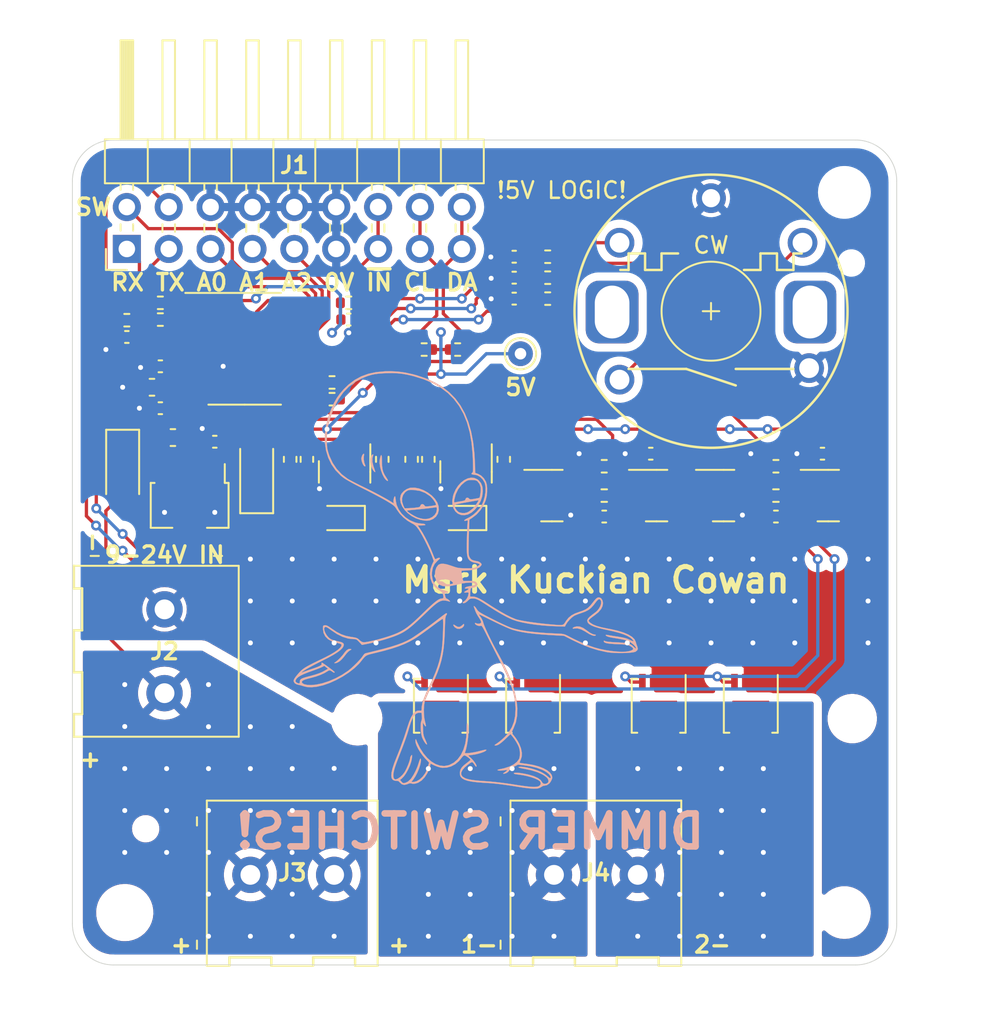
<source format=kicad_pcb>
(kicad_pcb (version 20211014) (generator pcbnew)
  (layers (0 "F.Cu" signal) (1 "In1.Cu" power) (2 "In2.Cu" power) (31 "B.Cu" jumper) (34 "B.Paste" user) (35 "F.Paste" user) (36 "B.SilkS" user "B.Silkscreen") (37 "F.SilkS" user "F.Silkscreen") (38 "B.Mask" user) (39 "F.Mask" user) (44 "Edge.Cuts" user))
  (net 0 "")
  (net 1 "GND")
  (net 2 "SCL")
  (net 3 "SDA")
  (net 4 "SWIM")
  (net 5 "RE_Q")
  (net 6 "RE_I")
  (net 7 "SADD0")
  (net 8 "SADD1")
  (net 9 "SADD2")
  (net 10 "URX")
  (net 11 "UTX")
  (net 12 "RE_B")
  (net 13 "INT")
  (net 14 "LED1")
  (net 15 "LED2")
  (net 16 "DRAIN1")
  (net 17 "DRAIN2")
  (net 18 "PWM1")
  (net 19 "PWM2")
  (net 20 "/channel1/GATE")
  (net 21 "/channel2/GATE")
  (net 22 "VIN")
  (net 23 "+5V")
  (net 24 "/led_driver1/LED_A")
  (net 25 "/led_driver1/LED_K")
  (net 26 "/led_driver2/LED_A")
  (net 27 "/led_driver2/LED_K")
  (net 28 "/SCL_PIN")
  (net 29 "/SDA_PIN")
  (net 30 "Net-(Q1-Pad2)")
  (net 31 "Net-(Q5-Pad2)")
  (net 32 "Net-(Q9-Pad1)")
  (net 33 "Net-(Q10-Pad1)")
  (net 34 "VIN_D")
  (net 35 "/INT_PIN")
  (net 36 "Net-(R8-Pad1)")
  (net 37 "/UTX_PIN")
  (net 38 "/URX_PIN")
  (net 39 "Net-(R9-Pad2)")
  (net 40 "Net-(R10-Pad1)")
  (net 41 "NRST")
  (net 42 "/NRST_PIN")
  (net 43 "/VCAP")
  (footprint "mark:ScrewTerminal_5.08P_1x02_10.16x10.16mm" (layer "F.Cu") (at 81.788 107.188 -90)
    (fp_text reference "J2")
    (fp_text value "POWER" hide)
  )
  (footprint "mark:JLCPCB_ToolingHole_1152_1300_1400_1650" (layer "F.Cu") (at 123.444 83.655)
    (fp_text reference "H1" hide)
    (fp_text value "JLC" hide)
  )
  (footprint "MountingHole:MountingHole_2.2mm_M2" (layer "F.Cu") (at 79.375 123.025)
    (fp_text reference "H2" hide)
    (fp_text value "M2" hide)
  )
  (footprint "mark:JLCPCB_ToolingHole_1152_1300_1400_1650" (layer "F.Cu") (at 80.645 117.945)
    (fp_text reference "H4" hide)
    (fp_text value "JLC" hide)
  )
  (footprint "mark:RotaryEncoder_Alps_EC12D_Vertical_H20mm_easy" (layer "F.Cu") (at 114.935 86.576)
    (fp_text reference "SW1" hide)
    (fp_text value "EC12D1524403")
  )
  (footprint "Capacitor_SMD:C_0603_1608Metric" (layer "F.Cu") (at 82.296 94.234)
    (fp_text reference "C4" hide)
    (fp_text value "1u/50" hide)
  )
  (footprint "Capacitor_SMD:C_0402_1005Metric_Pad0.74x0.62mm_HandSolder" (layer "F.Cu") (at 108.458 99.022 180)
    (fp_text reference "C11" hide)
    (fp_text value "100n")
  )
  (footprint "Package_TO_SOT_SMD:SOT-23" (layer "F.Cu") (at 111.633 97.752)
    (fp_text reference "Q1" hide)
    (fp_text value "MMBT5551")
  )
  (footprint "Package_TO_SOT_SMD:SOT-23" (layer "F.Cu") (at 105.283 97.752)
    (fp_text reference "Q4" hide)
    (fp_text value "MMBT5401")
  )
  (footprint "Resistor_SMD:R_0402_1005Metric_Pad0.72x0.64mm_HandSolder" (layer "F.Cu") (at 108.458 97.752)
    (fp_text reference "R11" hide)
    (fp_text value "100")
  )
  (footprint "Resistor_SMD:R_0402_1005Metric" (layer "F.Cu") (at 108.458 95.974 180)
    (fp_text reference "R12" hide)
    (fp_text value "4.7k")
  )
  (footprint "Capacitor_SMD:C_0402_1005Metric_Pad0.74x0.62mm_HandSolder" (layer "F.Cu") (at 118.872 99.022 180)
    (fp_text reference "C13" hide)
    (fp_text value "100n")
  )
  (footprint "Package_TO_SOT_SMD:SOT-23" (layer "F.Cu") (at 122.047 97.752)
    (fp_text reference "Q5" hide)
    (fp_text value "MMBT5551")
  )
  (footprint "Package_TO_SOT_SMD:SOT-23" (layer "F.Cu") (at 115.697 97.752)
    (fp_text reference "Q8" hide)
    (fp_text value "MMBT5401")
  )
  (footprint "Resistor_SMD:R_0402_1005Metric_Pad0.72x0.64mm_HandSolder" (layer "F.Cu") (at 118.872 97.752)
    (fp_text reference "R13" hide)
    (fp_text value "100")
  )
  (footprint "Resistor_SMD:R_0402_1005Metric" (layer "F.Cu") (at 118.872 95.974 180)
    (fp_text reference "R14" hide)
    (fp_text value "4.7k")
  )
  (footprint "Capacitor_SMD:C_0402_1005Metric" (layer "F.Cu") (at 121.694 95.212 180)
    (fp_text reference "C10" hide)
    (fp_text value "100n")
  )
  (footprint "Capacitor_SMD:C_0402_1005Metric" (layer "F.Cu") (at 111.28 95.212 180)
    (fp_text reference "C12" hide)
    (fp_text value "100n")
  )
  (footprint "Capacitor_SMD:C_0402_1005Metric" (layer "F.Cu") (at 102.997 83.274)
    (fp_text reference "C7" hide)
    (fp_text value "100n")
  )
  (footprint "Capacitor_SMD:C_0402_1005Metric" (layer "F.Cu") (at 102.997 84.544)
    (fp_text reference "C8" hide)
    (fp_text value "100n")
  )
  (footprint "Capacitor_SMD:C_0402_1005Metric" (layer "F.Cu") (at 102.997 85.814)
    (fp_text reference "C9" hide)
    (fp_text value "100n")
  )
  (footprint "Package_TO_SOT_SMD:SOT-89-3" (layer "F.Cu") (at 83.312 98.044 -90)
    (fp_text reference "U2" hide)
    (fp_text value "78L05")
  )
  (footprint "Resistor_SMD:R_0402_1005Metric" (layer "F.Cu") (at 105.029 83.274 180)
    (fp_text reference "R8" hide)
    (fp_text value "100")
  )
  (footprint "Resistor_SMD:R_0402_1005Metric" (layer "F.Cu") (at 105.029 85.814)
    (fp_text reference "R9" hide)
    (fp_text value "100")
  )
  (footprint "Resistor_SMD:R_0402_1005Metric" (layer "F.Cu") (at 105.029 84.544 180)
    (fp_text reference "R10" hide)
    (fp_text value "100")
  )
  (footprint "Package_TO_SOT_SMD:SOT-23" (layer "F.Cu") (at 92.71 96.3168 -90)
    (fp_text reference "Q9" hide)
    (fp_text value "MMBT5551")
  )
  (footprint "Package_TO_SOT_SMD:SOT-23" (layer "F.Cu") (at 100.076 96.3168 -90)
    (fp_text reference "Q10" hide)
    (fp_text value "MMBT5551")
  )
  (footprint "Resistor_SMD:R_0402_1005Metric" (layer "F.Cu") (at 94.996 95.5548 90)
    (fp_text reference "R15" hide)
    (fp_text value "4.7k")
  )
  (footprint "Resistor_SMD:R_0402_1005Metric" (layer "F.Cu") (at 102.362 95.5548 90)
    (fp_text reference "R18" hide)
    (fp_text value "4.7k")
  )
  (footprint "LED_SMD:LED_0603_1608Metric" (layer "F.Cu") (at 92.456 99.1108 180)
    (fp_text reference "D4" hide)
    (fp_text value "Green")
  )
  (footprint "LED_SMD:LED_0603_1608Metric" (layer "F.Cu") (at 99.822 99.1108 180)
    (fp_text reference "D3" hide)
    (fp_text value "Blue")
  )
  (footprint "Resistor_SMD:R_0402_1005Metric" (layer "F.Cu") (at 97.536 88.9)
    (fp_text reference "R3" hide)
    (fp_text value "4.7k")
  )
  (footprint "Resistor_SMD:R_0402_1005Metric" (layer "F.Cu") (at 99.568 88.9 180)
    (fp_text reference "R5" hide)
    (fp_text value "4.7k")
  )
  (footprint "Capacitor_SMD:C_0402_1005Metric" (layer "F.Cu") (at 84.836 94.488 180)
    (fp_text reference "C5" hide)
    (fp_text value "100n")
  )
  (footprint "MountingHole:MountingHole_2.2mm_M2" (layer "F.Cu") (at 123.025 123.025)
    (fp_text reference "H5" hide)
    (fp_text value "M2" hide)
  )
  (footprint "MountingHole:MountingHole_2.2mm_M2" (layer "F.Cu") (at 123.025 79.375)
    (fp_text reference "H7" hide)
    (fp_text value "M2")
  )
  (footprint "MountingHole:MountingHole_2mm" (layer "F.Cu") (at 93.5 111.27)
    (fp_text reference "H3" hide)
    (fp_text value "M2")
  )
  (footprint "MountingHole:MountingHole_2mm" (layer "F.Cu") (at 123.5 111.27)
    (fp_text reference "H6" hide)
    (fp_text value "M2")
  )
  (footprint "Diode_SMD:D_SOD-123" (layer "F.Cu") (at 79.248 96.012 -90)
    (fp_text reference "D2" hide)
    (fp_text value "B5819W SL")
  )
  (footprint "Capacitor_SMD:C_0402_1005Metric" (layer "F.Cu") (at 81.534 89.916)
    (fp_text reference "C1" hide)
    (fp_text value "100n")
  )
  (footprint "Capacitor_SMD:C_0603_1608Metric" (layer "F.Cu") (at 81.026 91.186 180)
    (fp_text reference "C14" hide)
    (fp_text value "1u/50")
  )
  (footprint "Connector_PinHeader_2.54mm:PinHeader_2x09_P2.54mm_Horizontal" (layer "F.Cu") (at 79.502 82.804 90)
    (fp_text reference "J1")
    (fp_text value "DEBUG_ADDRESS_I2C_INT")
  )
  (footprint "Diode_SMD:D_SOD-123" (layer "F.Cu") (at 87.376 96.5708 90)
    (fp_text reference "D1" hide)
    (fp_text value "B5819W SL")
  )
  (footprint "TestPoint:TestPoint_THTPad_D1.5mm_Drill0.7mm" (layer "F.Cu") (at 103.378 89.154)
    (fp_text reference "TP1" hide)
    (fp_text value "5V")
  )
  (footprint "mark:ScrewTerminal_5.08P_1x02_10.16x10.16mm" (layer "F.Cu") (at 107.95 120.739)
    (fp_text reference "J4")
    (fp_text value "OUT-" hide)
  )
  (footprint "mark:ScrewTerminal_5.08P_1x02_10.16x10.16mm" (layer "F.Cu") (at 89.535 120.739)
    (fp_text reference "J3")
    (fp_text value "OUT+" hide)
  )
  (footprint "Package_SO:Vishay_PowerPAK_1212-8_Single" (layer "F.Cu") (at 111.76 110.49 -90)
    (fp_text reference "Q2" hide)
    (fp_text value "SiS402DN")
  )
  (footprint "Package_SO:Vishay_PowerPAK_1212-8_Single" (layer "F.Cu") (at 98.552 110.49 -90)
    (fp_text reference "Q6" hide)
    (fp_text value "SiS402DN")
  )
  (footprint "Resistor_SMD:R_0402_1005Metric" (layer "F.Cu") (at 89.408 95.5548 -90)
    (fp_text reference "R16" hide)
    (fp_text value "4.7k")
  )
  (footprint "Resistor_SMD:R_0402_1005Metric" (layer "F.Cu") (at 90.424 95.5548 -90)
    (fp_text reference "R17" hide)
    (fp_text value "4.7k")
  )
  (footprint "Resistor_SMD:R_0402_1005Metric" (layer "F.Cu") (at 96.774 95.5548 -90)
    (fp_text reference "R19" hide)
    (fp_text value "4.7k")
  )
  (footprint "Resistor_SMD:R_0402_1005Metric" (layer "F.Cu") (at 97.79 95.5548 -90)
    (fp_text reference "R20" hide)
    (fp_text value "4.7k")
  )
  (footprint "Package_SO:Vishay_PowerPAK_1212-8_Single" (layer "F.Cu") (at 117.348 110.49 -90)
    (fp_text reference "Q3" hide)
    (fp_text value "SiS402DN")
  )
  (footprint "Package_SO:Vishay_PowerPAK_1212-8_Single" (layer "F.Cu") (at 104.14 110.49 -90)
    (fp_text reference "Q7" hide)
    (fp_text value "SiS402DN")
  )
  (footprint "Capacitor_SMD:C_0402_1005Metric" (layer "F.Cu") (at 92.964 87.084 180)
    (fp_text reference "C3" hide)
    (fp_text value "100n")
  )
  (footprint "Resistor_SMD:R_0402_1005Metric" (layer "F.Cu") (at 79.502 87.122)
    (fp_text reference "R21" hide)
    (fp_text value "100")
  )
  (footprint "Resistor_SMD:R_0402_1005Metric" (layer "F.Cu") (at 92.964 86.068 180)
    (fp_text reference "R4" hide)
    (fp_text value "100")
  )
  (footprint "Resistor_SMD:R_0402_1005Metric" (layer "F.Cu") (at 91.948 90.894 180)
    (fp_text reference "R1" hide)
    (fp_text value "100")
  )
  (footprint "Resistor_SMD:R_0402_1005Metric" (layer "F.Cu") (at 81.534 87.084)
    (fp_text reference "R7" hide)
    (fp_text value "100")
  )
  (footprint "Capacitor_SMD:C_0402_1005Metric" (layer "F.Cu") (at 81.534 92.456)
    (fp_text reference "C2" hide)
    (fp_text value "100n" hide)
  )
  (footprint "Package_SO:TSSOP-20_4.4x6.5mm_P0.65mm" (layer "F.Cu") (at 86.649 88.854)
    (fp_text reference "U1" hide)
    (fp_text value "STM8S003F3Px" hide)
  )
  (footprint "Capacitor_SMD:C_0402_1005Metric" (layer "F.Cu") (at 79.502 88.138 180)
    (fp_text reference "C6" hide)
    (fp_text value "100n" hide)
  )
  (footprint "Resistor_SMD:R_0402_1005Metric" (layer "F.Cu") (at 91.948 91.91 180)
    (fp_text reference "R2" hide)
    (fp_text value "100")
  )
  (footprint "Resistor_SMD:R_0402_1005Metric" (layer "F.Cu") (at 81.534 86.068)
    (fp_text reference "R6" hide)
    (fp_text value "100")
  )
  (footprint "pwm-controller:roger" (layer "B.Cu") (at 100.076 102.832 180)
    (fp_text reference "G1" hide)
    (fp_text value "Roger" hide)
  )
  (gr_line (start 76.2 78.7) (end 76.2 123.7) (layer "Edge.Cuts") (width 0.05))
  (gr_line (start 123.7 76.2) (end 78.7 76.2) (layer "Edge.Cuts") (width 0.05))
  (gr_arc (start 76.2 78.7) (mid 76.932233 76.932233) (end 78.7 76.2) (layer "Edge.Cuts") (width 0.05))
  (gr_arc (start 123.7 76.2) (mid 125.467767 76.932233) (end 126.2 78.7) (layer "Edge.Cuts") (width 0.05))
  (gr_line (start 126.2 123.7) (end 126.2 78.7) (layer "Edge.Cuts") (width 0.05))
  (gr_arc (start 78.7 126.2) (mid 76.932233 125.467767) (end 76.2 123.7) (layer "Edge.Cuts") (width 0.05))
  (gr_arc (start 126.2 123.7) (mid 125.467767 125.467767) (end 123.7 126.2) (layer "Edge.Cuts") (width 0.05))
  (gr_line (start 78.7 126.2) (end 123.7 126.2) (layer "Edge.Cuts") (width 0.05))
  (gr_text "DIMMER SWITCHES!" (at 100.33 118.11) (layer "B.SilkS") (effects (font (size 2 2) (thickness 0.4)) (justify mirror)))
  (gr_text "Mark Kuckian Cowan" (at 107.95 102.87) (layer "F.SilkS") (effects (font (size 1.5 1.5) (thickness 0.3))))
  (segment (start 102.517 84.544) (end 101.638 84.544) (width 0.2) (layer "F.Cu") (net 1))
  (segment (start 116.697 97.752) (end 116.697 98.79) (width 0.2) (layer "F.Cu") (net 1))
  (segment (start 82.33626 89.30599) (end 81.015538 89.30599) (width 0.2) (layer "F.Cu") (net 1))
  (segment (start 99.126 96.7588) (end 98.552 97.3328) (width 0.2) (layer "F.Cu") (net 1))
  (segment (start 98.222 109.055) (end 99.542 109.055) (width 0.2) (layer "F.Cu") (net 1))
  (segment (start 103.81 109.055) (end 105.13 109.055) (width 0.2) (layer "F.Cu") (net 1))
  (segment (start 118.362 95.974) (end 118.11 95.974) (width 0.2) (layer "F.Cu") (net 1))
  (segment (start 116.929 99.022) (end 116.84 98.933) (width 0.2) (layer "F.Cu") (net 1))
  (segment (start 106.283 97.752) (end 106.283 98.79) (width 0.2) (layer "F.Cu") (net 1))
  (segment (start 102.87 106.68) (end 102.235 106.68) (width 0.2) (layer "F.Cu") (net 1))
  (segment (start 83.071 94.234) (end 83.071 95.009) (width 0.2) (layer "F.Cu") (net 1))
  (segment (start 103.81 107.62) (end 102.87 106.68) (width 0.2) (layer "F.Cu") (net 1))
  (segment (start 117.018 109.055) (end 117.018 107.493) (width 0.2) (layer "F.Cu") (net 1))
  (segment (start 117.018 107.493) (end 117.475 107.036) (width 0.2) (layer "F.Cu") (net 1))
  (segment (start 101.66299 83.24901) (end 102.55301 83.24901) (width 0.2) (layer "F.Cu") (net 1))
  (segment (start 93.444 87.084) (end 93.444 87.404) (width 0.2) (layer "F.Cu") (net 1))
  (segment (start 111.43 107.62) (end 110.49 106.68) (width 0.2) (layer "F.Cu") (net 1))
  (segment (start 110.49 106.68) (end 109.855 106.68) (width 0.2) (layer "F.Cu") (net 1))
  (segment (start 80.251 91.653) (end 81.054 92.456) (width 0.2) (layer "F.Cu") (net 1))
  (segment (start 107.8905 99.022) (end 106.515 99.022) (width 0.2) (layer "F.Cu") (net 1))
  (segment (start 83.528 94.234) (end 84.074 93.688) (width 0.2) (layer "F.Cu") (net 1))
  (segment (start 102.517 85.814) (end 101.61001 85.814) (width 0.2) (layer "F.Cu") (net 1))
  (segment (start 111.43 109.055) (end 112.75 109.055) (width 0.2) (layer "F.Cu") (net 1))
  (segment (start 83.7865 89.829) (end 85.257 89.829) (width 0.2) (layer "F.Cu") (net 1))
  (segment (start 107.948 95.974) (end 107.696 95.974) (width 0.2) (layer "F.Cu") (net 1))
  (segment (start 118.11 95.974) (end 117.348 95.212) (width 0.2) (layer "F.Cu") (net 1))
  (segment (start 116.697 98.79) (end 116.84 98.933) (width 0.2) (layer "F.Cu") (net 1))
  (segment (start 103.81 109.055) (end 103.81 107.62) (width 0.2) (layer "F.Cu") (net 1))
  (segment (start 117.475 107.036) (end 117.475 106.68) (width 0.2) (layer "F.Cu") (net 1))
  (segment (start 98.222 107.747) (end 97.155 106.68) (width 0.2) (layer "F.Cu") (net 1))
  (segment (start 83.071 94.234) (end 83.528 94.234) (width 0.2) (layer "F.Cu") (net 1))
  (segment (start 84.356 93.97) (end 84.074 93.688) (width 0.2) (layer "F.Cu") (net 1))
  (segment (start 80.251 90.719) (end 81.054 89.916) (width 0.2) (layer "F.Cu") (net 1))
  (segment (start 102.517 83.274) (end 101.594831 83.274) (width 0.2) (layer "F.Cu") (net 1))
  (segment (start 79.022 88.138) (end 78.994 88.138) (width 0.2) (layer "F.Cu") (net 1))
  (segment (start 106.283 98.79) (end 106.426 98.933) (width 0.2) (layer "F.Cu") (net 1))
  (segment (start 82.85927 89.829) (end 82.33626 89.30599) (width 0.2) (layer "F.Cu") (net 1))
  (segment (start 80.251 91.186) (end 80.251 91.653) (width 0.2) (layer "F.Cu") (net 1))
  (segment (start 78.994 88.138) (end 78.232 88.9) (width 0.2) (layer "F.Cu") (net 1))
  (segment (start 106.515 99.022) (end 106.426 98.933) (width 0.2) (layer "F.Cu") (net 1))
  (segment (start 81.788 98.768) (end 84.836 98.768) (width 0.2) (layer "F.Cu") (net 1))
  (segment (start 91.76 95.3168) (end 91.76 96.7588) (width 0.2) (layer "F.Cu") (net 1))
  (segment (start 81.054 89.916) (end 80.405528 89.916) (width 0.2) (layer "F.Cu") (net 1))
  (segment (start 107.696 95.974) (end 106.934 95.212) (width 0.2) (layer "F.Cu") (net 1))
  (segment (start 84.356 94.488) (end 84.356 93.97) (width 0.2) (layer "F.Cu") (net 1))
  (segment (start 110.8 95.212) (end 109.728 95.212) (width 0.2) (layer "F.Cu") (net 1))
  (segment (start 101.638 84.544) (end 101.6 84.582) (width 0.2) (layer "F.Cu") (net 1))
  (segment (start 80.251 91.186) (end 80.251 90.719) (width 0.2) (layer "F.Cu") (net 1))
  (segment (start 84.356 94.488) (end 84.356 94.968) (width 0.2) (layer "F.Cu") (net 1))
  (segment (start 91.76 96.7588) (end 91.186 97.3328) (width 0.2) (layer "F.Cu") (net 1))
  (segment (start 80.334764 89.986764) (end 81.015538 89.30599) (width 0.2) (layer "F.Cu") (net 1))
  (segment (start 83.7865 89.829) (end 82.85927 89.829) (width 0.2) (layer "F.Cu") (net 1))
  (segment (start 83.312 95.25) (end 83.312 96.4815) (width 0.2) (layer "F.Cu") (net 1))
  (segment (start 83.071 95.009) (end 83.312 95.25) (width 0.2) (layer "F.Cu") (net 1))
  (segment (start 118.3045 99.022) (end 116.929 99.022) (width 0.2) (layer "F.Cu") (net 1))
  (segment (start 99.126 95.3168) (end 99.126 96.7588) (width 0.2) (layer "F.Cu") (net 1))
  (segment (start 85.257 89.829) (end 85.344 89.916) (width 0.2) (layer "F.Cu") (net 1))
  (segment (start 83.312 98.768) (end 83.312 96.4815) (width 0.2) (layer "F.Cu") (net 1))
  (segment (start 111.43 109.055) (end 111.43 107.62) (width 0.2) (layer "F.Cu") (net 1))
  (segment (start 121.214 95.212) (end 120.142 95.212) (width 0.2) (layer "F.Cu") (net 1))
  (segment (start 84.356 94.968) (end 84.074 95.25) (width 0.2) (layer "F.Cu") (net 1))
  (segment (start 81.054 92.456) (end 80.264 92.456) (width 0.2) (layer "F.Cu") (net 1))
  (segment (start 101.594831 83.274) (end 101.5789 83.289931) (width 0.2) (layer "F.Cu") (net 1))
  (segment (start 93.444 87.404) (end 92.964 87.884) (width 0.2) (layer "F.Cu") (net 1))
  (segment (start 80.251 91.186) (end 79.248 91.186) (width 0.2) (layer "F.Cu") (net 1))
  (segment (start 117.018 109.055) (end 118.338 109.055) (width 0.2) (layer "F.Cu") (net 1))
  (segment (start 101.61001 85.814) (end 101.6 85.82401) (width 0.2) (layer "F.Cu") (net 1))
  (segment (start 98.222 109.055) (end 98.222 107.747) (width 0.2) (layer "F.Cu") (net 1))
  (segment (start 84.074 95.25) (end 83.312 95.25) (width 0.2) (layer "F.Cu") (net 1))
  (via (at 112.395 104.14) (size 0.6) (drill 0.3) (layers "F.Cu" "B.Cu") (net 1))
  (via (at 79.248 91.186) (size 0.6) (drill 0.3) (layers "F.Cu" "B.Cu") (net 1))
  (via (at 97.155 106.68) (size 0.6) (drill 0.3) (layers "F.Cu" "B.Cu") (net 1))
  (via (at 92.075 106.68) (size 0.6) (drill 0.3) (layers "F.Cu" "B.Cu") (net 1))
  (via (at 101.5789 83.289931) (size 0.6) (drill 0.3) (layers "F.Cu" "B.Cu") (net 1))
  (via (at 124.46 101.6) (size 0.6) (drill 0.3) (layers "F.Cu" "B.Cu") (net 1))
  (via (at 86.995 104.14) (size 0.6) (drill 0.3) (layers "F.Cu" "B.Cu") (net 1))
  (via (at 117.475 101.6) (size 0.6) (drill 0.3) (layers "F.Cu" "B.Cu") (net 1))
  (via (at 86.995 106.68) (size 0.6) (drill 0.3) (layers "F.Cu" "B.Cu") (net 1))
  (via (at 99.695 101.6) (size 0.6) (drill 0.3) (layers "F.Cu" "B.Cu") (net 1))
  (via (at 114.935 104.14) (size 0.6) (drill 0.3) (layers "F.Cu" "B.Cu") (net 1))
  (via (at 104.775 106.68) (size 0.6) (drill 0.3) (layers "F.Cu" "B.Cu") (net 1))
  (via (at 85.344 89.916) (size 0.6) (drill 0.3) (layers "F.Cu" "B.Cu") (net 1))
  (via (at 86.995 101.6) (size 0.6) (drill 0.3) (layers "F.Cu" "B.Cu") (net 1))
  (via (at 89.535 104.14) (size 0.6) (drill 0.3) (layers "F.Cu" "B.Cu") (net 1))
  (via (at 84.074 93.688) (size 0.6) (drill 0.3) (layers "F.Cu" "B.Cu") (net 1))
  (via (at 97.155 101.6) (size 0.6) (drill 0.3) (layers "F.Cu" "B.Cu") (net 1))
  (via (at 94.615 106.68) (size 0.6) (drill 0.3) (layers "F.Cu" "B.Cu") (net 1))
  (via (at 109.855 101.6) (size 0.6) (drill 0.3) (layers "F.Cu" "B.Cu") (net 1))
  (via (at 80.264 92.456) (size 0.6) (drill 0.3) (layers "F.Cu" "B.Cu") (net 1))
  (via (at 102.235 104.14) (size 0.6) (drill 0.3) (layers "F.Cu" "B.Cu") (net 1))
  (via (at 91.186 97.3328) (size 0.6) (drill 0.3) (layers "F.Cu" "B.Cu") (net 1))
  (via (at 114.935 106.68) (size 0.6) (drill 0.3) (layers "F.Cu" "B.Cu") (net 1))
  (via (at 84.836 98.768) (size 0.6) (drill 0.3) (layers "F.Cu" "B.Cu") (net 1))
  (via (at 92.075 104.14) (size 0.6) (drill 0.3) (layers "F.Cu" "B.Cu") (net 1))
  (via (at 106.934 95.212) (size 0.6) (drill 0.3) (layers "F.Cu" "B.Cu") (net 1))
  (via (at 99.695 106.68) (size 0.6) (drill 0.3) (layers "F.Cu" "B.Cu") (net 1))
  (via (at 114.935 101.6) (size 0.6) (drill 0.3) (layers "F.Cu" "B.Cu") (net 1))
  (via (at 78.232 88.9) (size 0.6) (drill 0.3) (layers "F.Cu" "B.Cu") (net 1))
  (via (at 120.142 95.212) (size 0.6) (drill 0.3) (layers "F.Cu" "B.Cu") (net 1))
  (via (at 94.615 101.6) (size 0.6) (drill 0.3) (layers "F.Cu" "B.Cu") (net 1))
  (via (at 112.395 101.6) (size 0.6) (drill 0.3) (layers "F.Cu" "B.Cu") (net 1))
  (via (at 124.46 106.68) (size 0.6) (drill 0.3) (layers "F.Cu" "B.Cu") (net 1))
  (via (at 94.615 104.14) (size 0.6) (drill 0.3) (layers "F.Cu" "B.Cu") (net 1))
  (via (at 101.6 84.582) (size 0.6) (drill 0.3) (layers "F.Cu" "B.Cu") (net 1))
  (via (at 101.6 85.82401) (size 0.6) (drill 0.3) (layers "F.Cu" "B.Cu") (net 1))
  (via (at 117.348 95.212) (size 0.6) (drill 0.3) (layers "F.Cu" "B.Cu") (net 1))
  (via (at 104.775 104.14) (size 0.6) (drill 0.3) (layers "F.Cu" "B.Cu") (net 1))
  (via (at 106.426 98.933) (size 0.6) (drill 0.3) (layers "F.Cu" "B.Cu") (net 1))
  (via (at 102.235 106.68) (size 0.6) (drill 0.3) (layers "F.Cu" "B.Cu") (net 1))
  (via (at 109.855 106.68) (size 0.6) (drill 0.3) (layers "F.Cu" "B.Cu") (net 1))
  (via (at 81.788 98.768) (size 0.6) (drill 0.3) (layers "F.Cu" "B.Cu") (net 1))
  (via (at 120.015 101.6) (size 0.6) (drill 0.3) (layers "F.Cu" "B.Cu") (net 1))
  (via (at 120.015 106.68) (size 0.6) (drill 0.3) (layers "F.Cu" "B.Cu") (net 1))
  (via (at 107.315 106.68) (size 0.6) (drill 0.3) (layers "F.Cu" "B.Cu") (net 1))
  (via (at 120.015 104.14) (size 0.6) (drill 0.3) (layers "F.Cu" "B.Cu") (net 1))
  (via (at 89.535 101.6) (size 0.6) (drill 0.3) (layers "F.Cu" "B.Cu") (net 1))
  (via (at 89.535 106.68) (size 0.6) (drill 0.3) (layers "F.Cu" "B.Cu") (net 1))
  (via (at 104.775 101.6) (size 0.6) (drill 0.3) (layers "F.Cu" "B.Cu") (net 1))
  (via (at 92.075 101.6) (size 0.6) (drill 0.3) (layers "F.Cu" "B.Cu") (net 1))
  (via (at 92.964 87.884) (size 0.6) (drill 0.3) (layers "F.Cu" "B.Cu") (net 1))
  (via (at 97.155 104.14) (size 0.6) (drill 0.3) (layers "F.Cu" "B.Cu") (net 1))
  (via (at 98.552 97.3328) (size 0.6) (drill 0.3) (layers "F.Cu" "B.Cu") (net 1))
  (via (at 102.235 101.6) (size 0.6) (drill 0.3) (layers "F.Cu" "B.Cu") (net 1))
  (via (at 124.46 104.14) (size 0.6) (drill 0.3) (layers "F.Cu" "B.Cu") (net 1))
  (via (at 99.695 104.14) (size 0.6) (drill 0.3) (layers "F.Cu" "B.Cu") (net 1))
  (via (at 112.395 106.68) (size 0.6) (drill 0.3) (layers "F.Cu" "B.Cu") (net 1))
  (via (at 109.728 95.212) (size 0.6) (drill 0.3) (layers "F.Cu" "B.Cu") (net 1))
  (via (at 109.855 104.14) (size 0.6) (drill 0.3) (layers "F.Cu" "B.Cu") (net 1))
  (via (at 117.475 106.68) (size 0.6) (drill 0.3) (layers "F.Cu" "B.Cu") (net 1))
  (via (at 107.315 101.6) (size 0.6) (drill 0.3) (layers "F.Cu" "B.Cu") (net 1))
  (via (at 107.315 104.14) (size 0.6) (drill 0.3) (layers "F.Cu" "B.Cu") (net 1))
  (via (at 116.84 98.933) (size 0.6) (drill 0.3) (layers "F.Cu" "B.Cu") (net 1))
  (via (at 117.475 104.14) (size 0.6) (drill 0.3) (layers "F.Cu" "B.Cu") (net 1))
  (via (at 80.334764 89.986764) (size 0.6) (drill 0.3) (layers "F.Cu" "B.Cu") (net 1))
  (segment (start 97.155 101.6) (end 94.615 101.6) (width 0.2) (layer "B.Cu") (net 1))
  (segment (start 107.315 106.68) (end 104.775 106.68) (width 0.2) (layer "B.Cu") (net 1))
  (segment (start 114.935 104.14) (end 112.395 104.14) (width 0.2) (layer "B.Cu") (net 1))
  (segment (start 124.46 101.6) (end 124.46 104.14) (width 0.2) (layer "B.Cu") (net 1))
  (segment (start 104.775 106.68) (end 102.235 106.68) (width 0.2) (layer "B.Cu") (net 1))
  (segment (start 112.395 106.68) (end 109.855 106.68) (width 0.2) (layer "B.Cu") (net 1))
  (segment (start 109.855 104.14) (end 107.315 104.14) (width 0.2) (layer "B.Cu") (net 1))
  (segment (start 109.855 106.68) (end 107.315 106.68) (width 0.2) (layer "B.Cu") (net 1))
  (segment (start 97.155 106.68) (end 99.695 106.68) (width 0.2) (layer "B.Cu") (net 1))
  (segment (start 112.395 101.6) (end 114.935 101.6) (width 0.2) (layer "B.Cu") (net 1))
  (segment (start 97.155 104.14) (end 97.155 106.68) (width 0.2) (layer "B.Cu") (net 1))
  (segment (start 89.535 101.6) (end 89.535 104.14) (width 0.2) (layer "B.Cu") (net 1))
  (segment (start 97.155 106.68) (end 94.615 106.68) (width 0.2) (layer "B.Cu") (net 1))
  (segment (start 107.315 104.14) (end 104.775 104.14) (width 0.2) (layer "B.Cu") (net 1))
  (segment (start 117.475 106.68) (end 114.935 106.68) (width 0.2) (layer "B.Cu") (net 1))
  (segment (start 89.535 104.14) (end 86.995 104.14) (width 0.2) (layer "B.Cu") (net 1))
  (segment (start 112.395 104.14) (end 109.855 104.14) (width 0.2) (layer "B.Cu") (net 1))
  (segment (start 97.155 104.14) (end 99.695 104.14) (width 0.2) (layer "B.Cu") (net 1))
  (segment (start 120.015 104.14) (end 120.015 106.68) (width 0.2) (layer "B.Cu") (net 1))
  (segment (start 92.075 101.6) (end 89.535 101.6) (width 0.2) (layer "B.Cu") (net 1))
  (segment (start 92.075 106.68) (end 89.535 106.68) (width 0.2) (layer "B.Cu") (net 1))
  (segment (start 102.235 101.6) (end 99.695 101.6) (width 0.2) (layer "B.Cu") (net 1))
  (segment (start 92.075 104.14) (end 94.615 104.14) (width 0.2) (layer "B.Cu") (net 1))
  (segment (start 94.615 101.6) (end 92.075 101.6) (width 0.2) (layer "B.Cu") (net 1))
  (segment (start 107.315 101.6) (end 109.855 101.6) (width 0.2) (layer "B.Cu") (net 1))
  (segment (start 124.46 104.14) (end 124.46 106.68) (width 0.2) (layer "B.Cu") (net 1))
  (segment (start 120.015 106.68) (end 117.475 106.68) (width 0.2) (layer "B.Cu") (net 1))
  (segment (start 104.775 104.14) (end 102.235 104.14) (width 0.2) (layer "B.Cu") (net 1))
  (segment (start 94.615 106.68) (end 92.075 106.68) (width 0.2) (layer "B.Cu") (net 1))
  (segment (start 102.235 101.6) (end 104.775 101.6) (width 0.2) (layer "B.Cu") (net 1))
  (segment (start 89.535 106.68) (end 86.995 106.68) (width 0.2) (layer "B.Cu") (net 1))
  (segment (start 89.535 101.6) (end 86.995 101.6) (width 0.2) (layer "B.Cu") (net 1))
  (segment (start 117.475 104.14) (end 114.935 104.14) (width 0.2) (layer "B.Cu") (net 1))
  (segment (start 94.615 104.14) (end 97.155 104.14) (width 0.2) (layer "B.Cu") (net 1))
  (segment (start 120.015 104.14) (end 120.015 101.6) (width 0.2) (layer "B.Cu") (net 1))
  (segment (start 89.535 106.68) (end 89.535 104.14) (width 0.2) (layer "B.Cu") (net 1))
  (segment (start 114.935 106.68) (end 112.395 106.68) (width 0.2) (layer "B.Cu") (net 1))
  (segment (start 104.775 101.6) (end 107.315 101.6) (width 0.2) (layer "B.Cu") (net 1))
  (segment (start 99.695 101.6) (end 97.155 101.6) (width 0.2) (layer "B.Cu") (net 1))
  (segment (start 114.935 101.6) (end 117.475 101.6) (width 0.2) (layer "B.Cu") (net 1))
  (segment (start 89.535 104.14) (end 92.075 104.14) (width 0.2) (layer "B.Cu") (net 1))
  (segment (start 102.235 106.68) (end 99.695 106.68) (width 0.2) (layer "B.Cu") (net 1))
  (segment (start 99.695 104.14) (end 102.235 104.14) (width 0.2) (layer "B.Cu") (net 1))
  (segment (start 86.995 101.6) (end 86.995 106.68) (width 0.2) (layer "B.Cu") (net 1))
  (segment (start 109.855 101.6) (end 112.395 101.6) (width 0.2) (layer "B.Cu") (net 1))
  (segment (start 117.475 101.6) (end 120.015 101.6) (width 0.2) (layer "B.Cu") (net 1))
  (segment (start 120.015 104.14) (end 117.475 104.14) (width 0.2) (layer "B.Cu") (net 1))
  (segment (start 92.458 90.894) (end 92.71 90.894) (width 0.2) (layer "F.Cu") (net 2))
  (segment (start 94.488 89.116) (end 96.81 89.116) (width 0.2) (layer "F.Cu") (net 2))
  (segment (start 97.282 82.804) (end 98.298 83.82) (width 0.2) (layer "F.Cu") (net 2))
  (segment (start 97.026 88.102) (end 98.298 86.83) (width 0.2) (layer "F.Cu") (net 2))
  (segment (start 96.81 89.116) (end 97.026 88.9) (width 0.2) (layer "F.Cu") (net 2))
  (segment (start 92.71 90.894) (end 94.488 89.116) (width 0.2) (layer "F.Cu") (net 2))
  (segment (start 98.298 83.82) (end 98.298 86.83) (width 0.2) (layer "F.Cu") (net 2))
  (segment (start 97.282 82.804) (end 97.282 80.264) (width 0.2) (layer "F.Cu") (net 2))
  (segment (start 97.026 88.9) (end 97.026 88.102) (width 0.2) (layer "F.Cu") (net 2))
  (segment (start 92.458 91.91) (end 94.744 89.624) (width 0.2) (layer "F.Cu") (net 3))
  (segment (start 100.078 88.9) (end 100.078 88.102) (width 0.2) (layer "F.Cu") (net 3))
  (segment (start 99.822 82.804) (end 99.822 80.264) (width 0.2) (layer "F.Cu") (net 3))
  (segment (start 100.078 88.102) (end 98.69801 86.72201) (width 0.2) (layer "F.Cu") (net 3))
  (segment (start 99.354 89.624) (end 100.078 88.9) (width 0.2) (layer "F.Cu") (net 3))
  (segment (start 99.822 82.804) (end 98.69801 83.92799) (width 0.2) (layer "F.Cu") (net 3))
  (segment (start 98.69801 83.92799) (end 98.69801 86.72201) (width 0.2) (layer "F.Cu") (net 3))
  (segment (start 94.744 89.624) (end 99.354 89.624) (width 0.2) (layer "F.Cu") (net 3))
  (segment (start 85.897 82.416998) (end 85.052001 81.571999) (width 0.2) (layer "F.Cu") (net 4))
  (segment (start 79.502 80.264) (end 80.809999 81.571999) (width 0.2) (layer "F.Cu") (net 4))
  (segment (start 86.958 84.582) (end 85.897 83.521) (width 0.2) (layer "F.Cu") (net 4))
  (segment (start 85.897 83.521) (end 85.897 82.416998) (width 0.2) (layer "F.Cu") (net 4))
  (segment (start 90.94902 85.49762) (end 90.0334 84.582) (width 0.2) (layer "F.Cu") (net 4))
  (segment (start 80.809999 81.571999) (end 85.052001 81.571999) (width 0.2) (layer "F.Cu") (net 4))
  (segment (start 90.0334 84.582) (end 86.958 84.582) (width 0.2) (layer "F.Cu") (net 4))
  (segment (start 90.94902 86.52898) (end 90.94902 85.49762) (width 0.2) (layer "F.Cu") (net 4))
  (segment (start 89.5115 87.229) (end 90.249 87.229) (width 0.2) (layer "F.Cu") (net 4))
  (segment (start 90.249 87.229) (end 90.94902 86.52898) (width 0.2) (layer "F.Cu") (net 4))
  (segment (start 104.519 84.544) (end 103.477 84.544) (width 0.2) (layer "F.Cu") (net 5))
  (segment (start 90.735698 89.408) (end 92.868301 89.408) (width 0.2) (layer "F.Cu") (net 5))
  (segment (start 92.868301 89.408) (end 95.862301 86.414) (width 0.2) (layer "F.Cu") (net 5))
  (segment (start 90.314698 89.829) (end 90.735698 89.408) (width 0.2) (layer "F.Cu") (net 5))
  (segment (start 100.39087 86.410905) (end 100.690869 86.110906) (width 0.2) (layer "F.Cu") (net 5))
  (segment (start 100.690869 86.110906) (end 100.690869 85.845139) (width 0.2) (layer "F.Cu") (net 5))
  (segment (start 95.862301 86.414) (end 96.716313 86.414) (width 0.2) (layer "F.Cu") (net 5))
  (segment (start 102.81701 85.20399) (end 103.477 84.544) (width 0.2) (layer "F.Cu") (net 5))
  (segment (start 101.332018 85.20399) (end 102.81701 85.20399) (width 0.2) (layer "F.Cu") (net 5))
  (segment (start 100.690869 85.845139) (end 101.332018 85.20399) (width 0.2) (layer "F.Cu") (net 5))
  (segment (start 89.5115 89.829) (end 90.314698 89.829) (width 0.2) (layer "F.Cu") (net 5))
  (via (at 96.716313 86.414) (size 0.6) (drill 0.3) (layers "F.Cu" "B.Cu") (net 5))
  (via (at 100.39087 86.410905) (size 0.6) (drill 0.3) (layers "F.Cu" "B.Cu") (net 5))
  (segment (start 100.387775 86.414) (end 100.39087 86.410905) (width 0.2) (layer "B.Cu") (net 5))
  (segment (start 96.716313 86.414) (end 100.387775 86.414) (width 0.2) (layer "B.Cu") (net 5))
  (segment (start 90.585998 88.992001) (end 92.718602 88.992001) (width 0.2) (layer "F.Cu") (net 6))
  (segment (start 89.5115 89.179) (end 90.398999 89.179) (width 0.2) (layer "F.Cu") (net 6))
  (segment (start 90.398999 89.179) (end 90.585998 88.992001) (width 0.2) (layer "F.Cu") (net 6))
  (segment (start 99.822 85.814) (end 100.793999 84.842001) (width 0.2) (layer "F.Cu") (net 6))
  (segment (start 102.81701 83.93399) (end 103.477 83.274) (width 0.2) (layer "F.Cu") (net 6))
  (segment (start 101.360008 83.93399) (end 102.81701 83.93399) (width 0.2) (layer "F.Cu") (net 6))
  (segment (start 100.793999 84.499999) (end 101.360008 83.93399) (width 0.2) (layer "F.Cu") (net 6))
  (segment (start 104.519 83.274) (end 103.477 83.274) (width 0.2) (layer "F.Cu") (net 6))
  (segment (start 92.718602 88.992001) (end 95.896603 85.814) (width 0.2) (layer "F.Cu") (net 6))
  (segment (start 95.896603 85.814) (end 97.282 85.814) (width 0.2) (layer "F.Cu") (net 6))
  (segment (start 100.793999 84.842001) (end 100.793999 84.499999) (width 0.2) (layer "F.Cu") (net 6))
  (via (at 99.822 85.814) (size 0.6) (drill 0.3) (layers "F.Cu" "B.Cu") (net 6))
  (via (at 97.282 85.814) (size 0.6) (drill 0.3) (layers "F.Cu" "B.Cu") (net 6))
  (segment (start 97.282 85.814) (end 99.822 85.814) (width 0.2) (layer "B.Cu") (net 6))
  (segment (start 89.5115 86.579) (end 90.173 86.579) (width 0.2) (layer "F.Cu") (net 7))
  (segment (start 90.54901 85.663308) (end 89.975702 85.09) (width 0.2) (layer "F.Cu") (net 7))
  (segment (start 89.975702 85.09) (end 86.868 85.09) (width 0.2) (layer "F.Cu") (net 7))
  (segment (start 86.868 85.09) (end 84.582 82.804) (width 0.2) (layer "F.Cu") (net 7))
  (segment (start 90.164702 86.579) (end 90.54901 86.194692) (width 0.2) (layer "F.Cu") (net 7))
  (segment (start 90.54901 86.194692) (end 90.54901 85.663308) (width 0.2) (layer "F.Cu") (net 7))
  (segment (start 88.49999 84.18199) (end 87.122 82.804) (width 0.2) (layer "F.Cu") (net 8))
  (segment (start 91.34903 85.331931) (end 90.199089 84.18199) (width 0.2) (layer "F.Cu") (net 8))
  (segment (start 89.5115 87.879) (end 90.249 87.879) (width 0.2) (layer "F.Cu") (net 8))
  (segment (start 91.34903 86.77897) (end 91.34903 85.331931) (width 0.2) (layer "F.Cu") (net 8))
  (segment (start 90.199089 84.18199) (end 88.49999 84.18199) (width 0.2) (layer "F.Cu") (net 8))
  (segment (start 90.249 87.879) (end 91.34903 86.77897) (width 0.2) (layer "F.Cu") (net 8))
  (segment (start 90.249 88.529) (end 91.74904 87.02896) (width 0.2) (layer "F.Cu") (net 9))
  (segment (start 91.74904 87.02896) (end 91.74904 85.14504) (width 0.2) (layer "F.Cu") (net 9))
  (segment (start 89.662 83.058) (end 89.662 82.804) (width 0.2) (layer "F.Cu") (net 9))
  (segment (start 90.079028 83.221028) (end 89.662 82.804) (width 0.2) (layer "F.Cu") (net 9))
  (segment (start 89.5115 88.529) (end 90.249 88.529) (width 0.2) (layer "F.Cu") (net 9))
  (segment (start 91.74904 85.14504) (end 89.662 83.058) (width 0.2) (layer "F.Cu") (net 9))
  (segment (start 80.264 83.566) (end 79.502 82.804) (width 0.2) (layer "F.Cu") (net 10))
  (segment (start 81.024 87.084) (end 81.024 87.003198) (width 0.2) (layer "F.Cu") (net 10))
  (segment (start 80.264 86.243198) (end 80.264 83.566) (width 0.2) (layer "F.Cu") (net 10))
  (segment (start 81.024 87.003198) (end 80.264 86.243198) (width 0.2) (layer "F.Cu") (net 10))
  (segment (start 81.024 86.068) (end 81.024 83.822) (width 0.2) (layer "F.Cu") (net 11))
  (segment (start 81.024 83.822) (end 82.042 82.804) (width 0.2) (layer "F.Cu") (net 11))
  (segment (start 90.862698 89.846698) (end 92.995302 89.846698) (width 0.2) (layer "F.Cu") (net 12))
  (segment (start 89.5115 90.479) (end 90.230396 90.479) (width 0.2) (layer "F.Cu") (net 12))
  (segment (start 90.230396 90.479) (end 90.862698 89.846698) (width 0.2) (layer "F.Cu") (net 12))
  (segment (start 102.68727 86.576) (end 103.44927 85.814) (width 0.2) (layer "F.Cu") (net 12))
  (segment (start 103.44927 85.814) (end 103.477 85.814) (width 0.2) (layer "F.Cu") (net 12))
  (segment (start 92.995302 89.846698) (end 95.758 87.084) (width 0.2) (layer "F.Cu") (net 12))
  (segment (start 104.519 85.814) (end 103.477 85.814) (width 0.2) (layer "F.Cu") (net 12))
  (segment (start 101.346 86.576) (end 102.68727 86.576) (width 0.2) (layer "F.Cu") (net 12))
  (segment (start 100.838 87.084) (end 101.346 86.576) (width 0.2) (layer "F.Cu") (net 12))
  (segment (start 95.758 87.084) (end 96.266 87.084) (width 0.2) (layer "F.Cu") (net 12))
  (via (at 100.838 87.084) (size 0.6) (drill 0.3) (layers "F.Cu" "B.Cu") (net 12))
  (via (at 96.266 87.084) (size 0.6) (drill 0.3) (layers "F.Cu" "B.Cu") (net 12))
  (segment (start 96.266 87.084) (end 100.838 87.084) (width 0.2) (layer "B.Cu") (net 12))
  (segment (start 94.742 80.264) (end 94.742 82.804) (width 0.2) (layer "F.Cu") (net 13))
  (segment (start 93.474 86.068) (end 93.474 84.072) (width 0.2) (layer "F.Cu") (net 13))
  (segment (start 93.474 84.072) (end 94.742 82.804) (width 0.2) (layer "F.Cu") (net 13))
  (segment (start 101.092 100.6348) (end 86.15092 100.6348) (width 0.2) (layer "F.Cu") (net 14))
  (segment (start 80.670009 88.50597) (end 80.396989 88.77899) (width 0.2) (layer "F.Cu") (net 14))
  (segment (start 102.98201 95.66481) (end 102.98201 98.74479) (width 0.2) (layer "F.Cu") (net 14))
  (segment (start 102.362 95.0448) (end 102.98201 95.66481) (width 0.2) (layer "F.Cu") (net 14))
  (segment (start 83.7865 88.529) (end 82.690668 88.529) (width 0.2) (layer "F.Cu") (net 14))
  (segment (start 102.98201 98.74479) (end 101.092 100.6348) (width 0.2) (layer "F.Cu") (net 14))
  (segment (start 77.049644 91.857655) (end 80.12831 88.77899) (width 0.2) (layer "F.Cu") (net 14))
  (segment (start 85.147699 101.63802) (end 79.79402 101.63802) (width 0.2) (layer "F.Cu") (net 14))
  (segment (start 85.147699 101.63802) (end 86.15092 100.6348) (width 0.2) (layer "F.Cu") (net 14))
  (segment (start 82.667638 88.50597) (end 80.670009 88.50597) (width 0.2) (layer "F.Cu") (net 14))
  (segment (start 82.690668 88.529) (end 82.667638 88.50597) (width 0.2) (layer "F.Cu") (net 14))
  (segment (start 77.049644 91.857655) (end 77.049644 98.985644) (width 0.2) (layer "F.Cu") (net 14))
  (segment (start 80.396989 88.77899) (end 80.12831 88.77899) (width 0.2) (layer "F.Cu") (net 14))
  (segment (start 77.049644 98.985644) (end 77.632 99.568) (width 0.2) (layer "F.Cu") (net 14))
  (segment (start 79.79402 101.63802) (end 79.248 101.092) (width 0.2) (layer "F.Cu") (net 14))
  (via (at 79.248 101.092) (size 0.6) (drill 0.3) (layers "F.Cu" "B.Cu") (net 14))
  (via (at 77.632 99.568) (size 0.6) (drill 0.3) (layers "F.Cu" "B.Cu") (net 14))
  (segment (start 77.632 99.568) (end 79.156 101.092) (width 0.2) (layer "B.Cu") (net 14))
  (segment (start 79.156 101.092) (end 79.248 101.092) (width 0.2) (layer "B.Cu") (net 14))
  (segment (start 80.409519 101.237519) (end 84.969881 101.237519) (width 0.2) (layer "F.Cu") (net 15))
  (segment (start 80.562678 89.179) (end 80.293998 89.179) (width 0.2) (layer "F.Cu") (net 15))
  (segment (start 77.649645 91.823353) (end 77.649645 98.533558) (width 0.2) (layer "F.Cu") (net 15))
  (segment (start 85.97212 100.23528) (end 93.87152 100.23528) (width 0.2) (layer "F.Cu") (net 15))
  (segment (start 79.248 100.076) (end 80.409519 101.237519) (width 0.2) (layer "F.Cu") (net 15))
  (segment (start 94.996 95.0448) (end 95.61601 95.66481) (width 0.2) (layer "F.Cu") (net 15))
  (segment (start 80.835698 88.90598) (end 80.562678 89.179) (width 0.2) (layer "F.Cu") (net 15))
  (segment (start 84.969881 101.237519) (end 85.97212 100.23528) (width 0.2) (layer "F.Cu") (net 15))
  (segment (start 82.501949 88.90598) (end 80.835698 88.90598) (width 0.2) (layer "F.Cu") (net 15))
  (segment (start 77.649645 91.823353) (end 80.293998 89.179) (width 0.2) (layer "F.Cu") (net 15))
  (segment (start 93.87152 100.23528) (end 95.61601 98.49079) (width 0.2) (layer "F.Cu") (net 15))
  (segment (start 82.774968 89.179) (end 82.501949 88.90598) (width 0.2) (layer "F.Cu") (net 15))
  (segment (start 95.61601 95.66481) (end 95.61601 98.49079) (width 0.2) (layer "F.Cu") (net 15))
  (segment (start 83.7865 89.179) (end 82.774968 89.179) (width 0.2) (layer "F.Cu") (net 15))
  (via (at 77.649645 98.533558) (size 0.6) (drill 0.3) (layers "F.Cu" "B.Cu") (net 15))
  (via (at 79.248 100.076) (size 0.6) (drill 0.3) (layers "F.Cu" "B.Cu") (net 15))
  (segment (start 77.649645 98.533558) (end 79.192087 100.076) (width 0.2) (layer "B.Cu") (net 15))
  (segment (start 79.192087 100.076) (end 79.248 100.076) (width 0.2) (layer "B.Cu") (net 15))
  (via (at 115.57 116.84) (size 0.6) (drill 0.3) (layers "F.Cu" "B.Cu") (net 16))
  (via (at 118.11 124.46) (size 0.6) (drill 0.3) (layers "F.Cu" "B.Cu") (net 16))
  (via (at 113.03 114.3) (size 0.6) (drill 0.3) (layers "F.Cu" "B.Cu") (net 16))
  (via (at 110.49 124.46) (size 0.6) (drill 0.3) (layers "F.Cu" "B.Cu") (net 16))
  (via (at 113.03 116.84) (size 0.6) (drill 0.3) (layers "F.Cu" "B.Cu") (net 16))
  (via (at 110.49 116.84) (size 0.6) (drill 0.3) (layers "F.Cu" "B.Cu") (net 16))
  (via (at 115.57 119.38) (size 0.6) (drill 0.3) (layers "F.Cu" "B.Cu") (net 16))
  (via (at 113.03 119.38) (size 0.6) (drill 0.3) (layers "F.Cu" "B.Cu") (net 16))
  (via (at 118.11 116.84) (size 0.6) (drill 0.3) (layers "F.Cu" "B.Cu") (net 16))
  (via (at 115.57 114.3) (size 0.6) (drill 0.3) (layers "F.Cu" "B.Cu") (net 16))
  (via (at 118.11 119.38) (size 0.6) (drill 0.3) (layers "F.Cu" "B.Cu") (net 16))
  (via (at 118.11 114.3) (size 0.6) (drill 0.3) (layers "F.Cu" "B.Cu") (net 16))
  (via (at 118.11 121.92) (size 0.6) (drill 0.3) (layers "F.Cu" "B.Cu") (net 16))
  (via (at 110.49 114.3) (size 0.6) (drill 0.3) (layers "F.Cu" "B.Cu") (net 16))
  (via (at 113.03 121.92) (size 0.6) (drill 0.3) (layers "F.Cu" "B.Cu") (net 16))
  (via (at 115.57 121.92) (size 0.6) (drill 0.3) (layers "F.Cu" "B.Cu") (net 16))
  (via (at 115.57 124.46) (size 0.6) (drill 0.3) (layers "F.Cu" "B.Cu") (net 16))
  (via (at 113.03 124.46) (size 0.6) (drill 0.3) (layers "F.Cu" "B.Cu") (net 16))
  (segment (start 113.03 121.92) (end 113.03 119.38) (width 0.2) (layer "B.Cu") (net 16))
  (segment (start 118.11 116.84) (end 118.11 119.38) (width 0.2) (layer "B.Cu") (net 16))
  (segment (start 118.11 124.46) (end 115.57 124.46) (width 0.2) (layer "B.Cu") (net 16))
  (segment (start 115.57 121.92) (end 113.03 121.92) (width 0.2) (layer "B.Cu") (net 16))
  (segment (start 113.03 119.38) (end 115.57 119.38) (width 0.2) (layer "B.Cu") (net 16))
  (segment (start 118.11 114.3) (end 115.57 114.3) (width 0.2) (layer "B.Cu") (net 16))
  (segment (start 115.57 119.38) (end 118.11 119.38) (width 0.2) (layer "B.Cu") (net 16))
  (segment (start 115.57 124.46) (end 113.03 124.46) (width 0.2) (layer "B.Cu") (net 16))
  (segment (start 115.57 114.3) (end 113.03 114.3) (width 0.2) (layer "B.Cu") (net 16))
  (segment (start 118.11 121.92) (end 115.57 121.92) (width 0.2) (layer "B.Cu") (net 16))
  (segment (start 118.11 121.92) (end 118.11 124.46) (width 0.2) (layer "B.Cu") (net 16))
  (segment (start 113.03 121.92) (end 110.49 124.46) (width 0.2) (layer "B.Cu") (net 16))
  (segment (start 115.57 116.84) (end 118.11 116.84) (width 0.2) (layer "B.Cu") (net 16))
  (segment (start 113.03 114.3) (end 110.49 114.3) (width 0.2) (layer "B.Cu") (net 16))
  (segment (start 113.03 124.46) (end 110.49 124.46) (width 0.2) (layer "B.Cu") (net 16))
  (segment (start 113.03 124.46) (end 113.03 121.92) (width 0.2) (layer "B.Cu") (net 16))
  (segment (start 118.11 116.84) (end 118.11 114.3) (width 0.2) (layer "B.Cu") (net 16))
  (segment (start 110.49 116.84) (end 113.03 116.84) (width 0.2) (layer "B.Cu") (net 16))
  (segment (start 113.03 119.38) (end 110.49 116.84) (width 0.2) (layer "B.Cu") (net 16))
  (segment (start 113.03 116.84) (end 115.57 116.84) (width 0.2) (layer "B.Cu") (net 16))
  (segment (start 118.11 119.38) (end 118.11 121.92) (width 0.2) (layer "B.Cu") (net 16))
  (segment (start 110.49 114.3) (end 110.49 116.84) (width 0.2) (layer "B.Cu") (net 16))
  (via (at 105.41 114.3) (size 0.6) (drill 0.3) (layers "F.Cu" "B.Cu") (net 17))
  (via (at 97.79 114.3) (size 0.6) (drill 0.3) (layers "F.Cu" "B.Cu") (net 17))
  (via (at 100.33 119.38) (size 0.6) (drill 0.3) (layers "F.Cu" "B.Cu") (net 17))
  (via (at 97.79 116.84) (size 0.6) (drill 0.3) (layers "F.Cu" "B.Cu") (net 17))
  (via (at 105.41 116.84) (size 0.6) (drill 0.3) (layers "F.Cu" "B.Cu") (net 17))
  (via (at 102.87 124.46) (size 0.6) (drill 0.3) (layers "F.Cu" "B.Cu") (net 17))
  (via (at 102.87 121.92) (size 0.6) (drill 0.3) (layers "F.Cu" "B.Cu") (net 17))
  (via (at 105.41 124.46) (size 0.6) (drill 0.3) (layers "F.Cu" "B.Cu") (net 17))
  (via (at 97.79 124.46) (size 0.6) (drill 0.3) (layers "F.Cu" "B.Cu") (net 17))
  (via (at 100.33 114.3) (size 0.6) (drill 0.3) (layers "F.Cu" "B.Cu") (net 17))
  (via (at 100.33 116.84) (size 0.6) (drill 0.3) (layers "F.Cu" "B.Cu") (net 17))
  (via (at 100.33 121.92) (size 0.6) (drill 0.3) (layers "F.Cu" "B.Cu") (net 17))
  (via (at 102.87 116.84) (size 0.6) (drill 0.3) (layers "F.Cu" "B.Cu") (net 17))
  (via (at 102.87 119.38) (size 0.6) (drill 0.3) (layers "F.Cu" "B.Cu") (net 17))
  (via (at 102.87 114.3) (size 0.6) (drill 0.3) (layers "F.Cu" "B.Cu") (net 17))
  (via (at 97.79 119.38) (size 0.6) (drill 0.3) (layers "F.Cu" "B.Cu") (net 17))
  (via (at 100.33 124.46) (size 0.6) (drill 0.3) (layers "F.Cu" "B.Cu") (net 17))
  (via (at 97.79 121.92) (size 0.6) (drill 0.3) (layers "F.Cu" "B.Cu") (net 17))
  (segment (start 102.87 116.84) (end 100.33 116.84) (width 0.2) (layer "B.Cu") (net 17))
  (segment (start 97.79 121.92) (end 97.79 119.38) (width 0.2) (layer "B.Cu") (net 17))
  (segment (start 97.79 124.46) (end 100.33 124.46) (width 0.2) (layer "B.Cu") (net 17))
  (segment (start 102.87 124.46) (end 102.87 121.92) (width 0.2) (layer "B.Cu") (net 17))
  (segment (start 105.41 116.84) (end 102.87 116.84) (width 0.2) (layer "B.Cu") (net 17))
  (segment (start 97.79 116.84) (end 97.79 119.38) (width 0.2) (layer "B.Cu") (net 17))
  (segment (start 102.87 124.46) (end 105.41 124.46) (width 0.2) (layer "B.Cu") (net 17))
  (segment (start 100.33 124.46) (end 102.87 124.46) (width 0.2) (layer "B.Cu") (net 17))
  (segment (start 100.33 116.84) (end 97.79 116.84) (width 0.2) (layer "B.Cu") (net 17))
  (segment (start 102.87 119.38) (end 102.87 121.92) (width 0.2) (layer "B.Cu") (net 17))
  (segment (start 97.79 114.3) (end 100.33 114.3) (width 0.2) (layer "B.Cu") (net 17))
  (segment (start 97.79 116.84) (end 97.79 114.3) (width 0.2) (layer "B.Cu") (net 17))
  (segment (start 102.87 121.92) (end 100.33 121.92) (width 0.2) (layer "B.Cu") (net 17))
  (segment (start 100.33 121.92) (end 97.79 121.92) (width 0.2) (layer "B.Cu") (net 17))
  (segment (start 102.87 114.3) (end 105.41 114.3) (width 0.2) (layer "B.Cu") (net 17))
  (segment (start 105.41 124.46) (end 102.87 121.92) (width 0.2) (layer "B.Cu") (net 17))
  (segment (start 105.41 114.3) (end 105.41 116.84) (width 0.2) (layer "B.Cu") (net 17))
  (segment (start 97.79 121.92) (end 97.79 124.46) (width 0.2) (layer "B.Cu") (net 17))
  (segment (start 100.33 119.38) (end 102.87 119.38) (width 0.2) (layer "B.Cu") (net 17))
  (segment (start 97.79 119.38) (end 100.33 119.38) (width 0.2) (layer "B.Cu") (net 17))
  (segment (start 102.87 119.38) (end 105.41 116.84) (width 0.2) (layer "B.Cu") (net 17))
  (segment (start 100.33 114.3) (end 102.87 114.3) (width 0.2) (layer "B.Cu") (net 17))
  (segment (start 108.968 95.974) (end 108.968 94.109998) (width 0.2) (layer "F.Cu") (net 18))
  (segment (start 107.984001 93.125999) (end 86.305999 93.125999) (width 0.2) (layer "F.Cu") (net 18))
  (segment (start 108.968 95.974) (end 109.796 96.802) (width 0.2) (layer "F.Cu") (net 18))
  (segment (start 109.796 96.802) (end 110.6955 96.802) (width 0.2) (layer "F.Cu") (net 18))
  (segment (start 104.55398 96.59352) (end 104.3455 96.802) (width 0.2) (layer "F.Cu") (net 18))
  (segment (start 108.968 94.109998) (end 107.984001 93.125999) (width 0.2) (layer "F.Cu") (net 18))
  (segment (start 108.968 95.974) (end 108.34848 96.59352) (width 0.2) (layer "F.Cu") (net 18))
  (segment (start 84.959 91.779) (end 83.7865 91.779) (width 0.2) (layer "F.Cu") (net 18))
  (segment (start 86.305999 93.125999) (end 84.959 91.779) (width 0.2) (layer "F.Cu") (net 18))
  (segment (start 108.34848 96.59352) (end 104.55398 96.59352) (width 0.2) (layer "F.Cu") (net 18))
  (segment (start 87.376 91.794604) (end 87.376 86.614) (width 0.2) (layer "F.Cu") (net 19))
  (segment (start 88.061 85.929) (end 89.5115 85.929) (width 0.2) (layer "F.Cu") (net 19))
  (segment (start 87.376 86.614) (end 88.061 85.929) (width 0.2) (layer "F.Cu") (net 19))
  (segment (start 118.76248 96.59352) (end 114.96798 96.59352) (width 0.2) (layer "F.Cu") (net 19))
  (segment (start 119.382 95.974) (end 118.76248 96.59352) (width 0.2) (layer "F.Cu") (net 19))
  (segment (start 116.133989 92.725989) (end 88.307385 92.725989) (width 0.2) (layer "F.Cu") (net 19))
  (segment (start 120.21 96.802) (end 121.1095 96.802) (width 0.2) (layer "F.Cu") (net 19))
  (segment (start 88.307385 92.725989) (end 87.376 91.794604) (width 0.2) (layer "F.Cu") (net 19))
  (segment (start 119.382 95.974) (end 116.133989 92.725989) (width 0.2) (layer "F.Cu") (net 19))
  (segment (start 114.96798 96.59352) (end 114.7595 96.802) (width 0.2) (layer "F.Cu") (net 19))
  (segment (start 119.382 95.974) (end 120.21 96.802) (width 0.2) (layer "F.Cu") (net 19))
  (segment (start 109.0555 97.752) (end 109.0555 98.992) (width 0.2) (layer "F.Cu") (net 20))
  (segment (start 110.071 109.055) (end 109.728 108.712) (width 0.2) (layer "F.Cu") (net 20))
  (segment (start 116.358 109.055) (end 115.659 109.055) (width 0.2) (layer "F.Cu") (net 20))
  (segment (start 110.77 109.055) (end 110.071 109.055) (width 0.2) (layer "F.Cu") (net 20))
  (segment (start 109.0255 99.022) (end 110.3335 100.33) (width 0.2) (layer "F.Cu") (net 20))
  (segment (start 110.3335 100.33) (end 120.142 100.33) (width 0.2) (layer "F.Cu") (net 20))
  (segment (start 120.142 100.33) (end 121.412 101.6) (width 0.2) (layer "F.Cu") (net 20))
  (segment (start 115.659 109.055) (end 115.316 108.712) (width 0.2) (layer "F.Cu") (net 20))
  (via (at 115.316 108.712) (size 0.6) (drill 0.3) (layers "F.Cu" "B.Cu") (net 20))
  (via (at 121.412 101.6) (size 0.6) (drill 0.3) (layers "F.Cu" "B.Cu") (net 20))
  (via (at 109.728 108.712) (size 0.6) (drill 0.3) (layers "F.Cu" "B.Cu") (net 20))
  (segment (start 115.316 108.712) (end 120.142 108.712) (width 0.2) (layer "B.Cu") (net 20))
  (segment (start 121.412 101.6) (end 121.412 107.442) (width 0.2) (layer "B.Cu") (net 20))
  (segment (start 115.316 108.712) (end 109.728 108.712) (width 0.2) (layer "B.Cu") (net 20))
  (segment (start 121.412 107.442) (end 120.142 108.712) (width 0.2) (layer "B.Cu") (net 20))
  (segment (start 119.4695 97.752) (end 119.4695 98.992) (width 0.2) (layer "F.Cu") (net 21))
  (segment (start 119.4395 99.022) (end 119.807 99.022) (width 0.2) (layer "F.Cu") (net 21))
  (segment (start 122.385 101.6) (end 122.428 101.6) (width 0.2) (layer "F.Cu") (net 21))
  (segment (start 96.863 109.055) (end 96.52 108.712) (width 0.2) (layer "F.Cu") (net 21))
  (segment (start 103.15 109.055) (end 102.451 109.055) (width 0.2) (layer "F.Cu") (net 21))
  (segment (start 97.562 109.055) (end 96.863 109.055) (width 0.2) (layer "F.Cu") (net 21))
  (segment (start 102.451 109.055) (end 102.108 108.712) (width 0.2) (layer "F.Cu") (net 21))
  (segment (start 119.807 99.022) (end 122.385 101.6) (width 0.2) (layer "F.Cu") (net 21))
  (via (at 96.52 108.712) (size 0.6) (drill 0.3) (layers "F.Cu" "B.Cu") (net 21))
  (via (at 122.428 101.6) (size 0.6) (drill 0.3) (layers "F.Cu" "B.Cu") (net 21))
  (via (at 102.108 108.712) (size 0.6) (drill 0.3) (layers "F.Cu" "B.Cu") (net 21))
  (segment (start 120.65 109.474) (end 122.428 107.696) (width 0.2) (layer "B.Cu") (net 21))
  (segment (start 97.282 109.474) (end 96.52 108.712) (width 0.2) (layer "B.Cu") (net 21))
  (segment (start 102.87 109.474) (end 120.65 109.474) (width 0.2) (layer "B.Cu") (net 21))
  (segment (start 102.87 109.474) (end 102.108 108.712) (width 0.2) (layer "B.Cu") (net 21))
  (segment (start 122.428 101.6) (end 122.428 107.696) (width 0.2) (layer "B.Cu") (net 21))
  (segment (start 102.87 109.474) (end 97.282 109.474) (width 0.2) (layer "B.Cu") (net 21))
  (segment (start 78.232 106.172) (end 78.232 98.678) (width 0.2) (layer "F.Cu") (net 22))
  (segment (start 81.788 109.728) (end 78.232 106.172) (width 0.2) (layer "F.Cu") (net 22))
  (segment (start 78.232 98.678) (end 79.248 97.662) (width 0.2) (layer "F.Cu") (net 22))
  (via (at 79.375 114.3) (size 0.6) (drill 0.3) (layers "F.Cu" "B.Cu") (net 22))
  (via (at 79.375 119.38) (size 0.6) (drill 0.3) (layers "F.Cu" "B.Cu") (net 22))
  (via (at 89.5224 119.38) (size 0.6) (drill 0.3) (layers "F.Cu" "B.Cu") (net 22))
  (via (at 84.455 119.38) (size 0.6) (drill 0.3) (layers "F.Cu" "B.Cu") (net 22))
  (via (at 81.915 114.3) (size 0.6) (drill 0.3) (layers "F.Cu" "B.Cu") (net 22))
  (via (at 86.995 124.46) (size 0.6) (drill 0.3) (layers "F.Cu" "B.Cu") (net 22))
  (via (at 86.995 116.84) (size 0.6) (drill 0.3) (layers "F.Cu" "B.Cu") (net 22))
  (via (at 89.535 116.84) (size 0.6) (drill 0.3) (layers "F.Cu" "B.Cu") (net 22))
  (via (at 86.995 114.3) (size 0.6) (drill 0.3) (layers "F.Cu" "B.Cu") (net 22))
  (via (at 89.535 124.46) (size 0.6) (drill 0.3) (layers "F.Cu" "B.Cu") (net 22))
  (via (at 86.995 111.76) (size 0.6) (drill 0.3) (layers "F.Cu" "B.Cu") (net 22))
  (via (at 79.375 116.84) (size 0.6) (drill 0.3) (layers "F.Cu" "B.Cu") (net 22))
  (via (at 81.915 116.84) (size 0.6) (drill 0.3) (layers "F.Cu" "B.Cu") (net 22))
  (via (at 84.455 109.2074) (size 0.6) (drill 0.3) (layers "F.Cu" "B.Cu") (net 22))
  (via (at 89.535 121.9074) (size 0.6) (drill 0.3) (layers "F.Cu" "B.Cu") (net 22))
  (via (at 79.375 111.7474) (size 0.6) (drill 0.3) (layers "F.Cu" "B.Cu") (net 22))
  (via (at 84.455 121.9074) (size 0.6) (drill 0.3) (layers "F.Cu" "B.Cu") (net 22))
  (via (at 84.455 114.3) (size 0.6) (drill 0.3) (layers "F.Cu" "B.Cu") (net 22))
  (via (at 84.455 111.76) (size 0.6) (drill 0.3) (layers "F.Cu" "B.Cu") (net 22))
  (via (at 84.455 116.84) (size 0.6) (drill 0.3) (layers "F.Cu" "B.Cu") (net 22))
  (via (at 92.075 116.84) (size 0.6) (drill 0.3) (layers "F.Cu" "B.Cu") (net 22))
  (via (at 89.535 114.3) (size 0.6) (drill 0.3) (layers "F.Cu" "B.Cu") (net 22))
  (via (at 84.455 124.46) (size 0.6) (drill 0.3) (layers "F.Cu" "B.Cu") (net 22))
  (via (at 79.375 109.2074) (size 0.6) (drill 0.3) (layers "F.Cu" "B.Cu") (net 22))
  (via (at 81.915 119.38) (size 0.6) (drill 0.3) (layers "F.Cu" "B.Cu") (net 22))
  (via (at 92.075 114.2874) (size 0.6) (drill 0.3) (layers "F.Cu" "B.Cu") (net 22))
  (via (at 92.075 124.46) (size 0.6) (drill 0.3) (layers "F.Cu" "B.Cu") (net 22))
  (via (at 89.535 111.7474) (size 0.6) (drill 0.3) (layers "F.Cu" "B.Cu") (net 22))
  (segment (start 89.535 114.3) (end 89.535 116.84) (width 0.2) (layer "B.Cu") (net 22))
  (segment (start 79.375 114.3) (end 79.375 109.2074) (width 0.2) (layer "B.Cu") (net 22))
  (segment (start 81.915 114.3) (end 79.375 111.76) (width 0.2) (layer "B.Cu") (net 22))
  (segment (start 84.455 111.76) (end 81.915 114.3) (width 0.2) (layer "B.Cu") (net 22))
  (segment (start 89.535 116.84) (end 86.995 116.84) (width 0.2) (layer "B.Cu") (net 22))
  (segment (start 86.995 116.84) (end 89.5224 119.3674) (width 0.2) (layer "B.Cu") (net 22))
  (segment (start 86.995 124.46) (end 89.535 124.46) (width 0.2) (layer "B.Cu") (net 22))
  (segment (start 84.4424 121.9074) (end 84.455 121.9074) (width 0.2) (layer "B.Cu") (net 22))
  (segment (start 81.915 114.3) (end 79.375 114.3) (width 0.2) (layer "B.Cu") (net 22))
  (segment (start 92.075 124.46) (end 89.535 121.92) (width 0.2) (layer "B.Cu") (net 22))
  (segment (start 84.455 114.3) (end 86.995 114.3) (width 0.2) (layer "B.Cu") (net 22))
  (segment (start 84.455 114.3) (end 84.455 111.76) (width 0.2) (layer "B.Cu") (net 22))
  (segment (start 89.535 121.92) (end 89.535 121.9074) (width 0.2) (layer "B.Cu") (net 22))
  (segment (start 92.0624 114.3) (end 92.075 114.2874) (width 0.2) (layer "B.Cu") (net 22))
  (segment (start 84.455 111.76) (end 84.455 109.2074) (width 0.2) (layer "B.Cu") (net 22))
  (segment (start 86.995 114.3) (end 89.535 114.3) (width 0.2) (layer "B.Cu") (net 22))
  (segment (start 84.455 121.9074) (end 84.455 124.46) (width 0.2) (layer "B.Cu") (net 22))
  (segment (start 92.075 116.84) (end 89.5476 119.3674) (width 0.2) (layer "B.Cu") (net 22))
  (segment (start 89.535 114.3) (end 92.075 116.84) (width 0.2) (layer "B.Cu") (net 22))
  (segment (start 81.915 114.3) (end 84.455 114.3) (width 0.2) (layer "B.Cu") (net 22))
  (segment (start 89.5224 111.76) (end 89.535 111.7474) (width 0.2) (layer "B.Cu") (net 22))
  (segment (start 86.995 114.3) (end 86.995 116.84) (width 0.2) (layer "B.Cu") (net 22))
  (segment (start 81.915 116.84) (end 81.915 114.3) (width 0.2) (layer "B.Cu") (net 22))
  (segment (start 92.075 116.84) (end 89.535 116.84) (width 0.2) (layer "B.Cu") (net 22))
  (segment (start 89.535 119.3674) (end 89.5224 119.38) (width 0.2) (layer "B.Cu") (net 22))
  (segment (start 81.915 119.38) (end 84.455 119.38) (width 0.2) (layer "B.Cu") (net 22))
  (segment (start 92.075 114.2874) (end 92.075 116.84) (width 0.2) (layer "B.Cu") (net 22))
  (segment (start 81.915 116.84) (end 79.375 116.84) (width 0.2) (layer "B.Cu") (net 22))
  (segment (start 81.915 119.38) (end 81.915 116.84) (width 0.2) (layer "B.Cu") (net 22))
  (segment (start 84.455 111.76) (end 86.995 111.76) (width 0.2) (layer "B.Cu") (net 22))
  (segment (start 81.915 119.38) (end 84.4424 121.9074) (width 0.2) (layer "B.Cu") (net 22))
  (segment (start 86.995 124.46) (end 89.535 121.92) (width 0.2) (layer "B.Cu") (net 22))
  (segment (start 86.995 116.84) (end 84.455 116.84) (width 0.2) (layer "B.Cu") (net 22))
  (segment (start 84.455 114.3) (end 84.455 116.84) (width 0.2) (layer "B.Cu") (net 22))
  (segment (start 86.995 114.3) (end 86.995 111.76) (width 0.2) (layer "B.Cu") (net 22))
  (segment (start 79.375 119.38) (end 79.375 116.84) (width 0.2) (layer "B.Cu") (net 22))
  (segment (start 86.995 111.76) (end 89.5224 111.76) (width 0.2) (layer "B.Cu") (net 22))
  (segment (start 89.5224 119.3674) (end 89.5224 119.38) (width 0.2) (layer "B.Cu") (net 22))
  (segment (start 84.455 124.46) (end 86.995 124.46) (width 0.2) (layer "B.Cu") (net 22))
  (segment (start 79.375 114.3) (end 79.375 116.84) (width 0.2) (layer "B.Cu") (net 22))
  (segment (start 79.375 119.38) (end 81.915 119.38) (width 0.2) (layer "B.Cu") (net 22))
  (segment (start 89.535 114.3) (end 89.535 111.7474) (width 0.2) (layer "B.Cu") (net 22))
  (segment (start 84.455 119.38) (end 84.455 121.9074) (width 0.2) (layer "B.Cu") (net 22))
  (segment (start 84.455 119.38) (end 84.455 116.84) (width 0.2) (layer "B.Cu") (net 22))
  (segment (start 86.995 111.76) (end 84.455 109.22) (width 0.2) (layer "B.Cu") (net 22))
  (segment (start 89.535 124.46) (end 92.075 124.46) (width 0.2) (layer "B.Cu") (net 22))
  (segment (start 89.5476 119.3674) (end 89.535 119.3674) (width 0.2) (layer "B.Cu") (net 22))
  (segment (start 89.535 114.3) (end 92.0624 114.3) (width 0.2) (layer "B.Cu") (net 22))
  (segment (start 84.455 116.84) (end 81.915 116.84) (width 0.2) (layer "B.Cu") (net 22))
  (segment (start 83.133298 91.129) (end 82.55 91.712298) (width 0.2) (layer "F.Cu") (net 23))
  (segment (start 112.633 96.085) (end 111.76 95.212) (width 0.2) (layer "F.Cu") (net 23))
  (segment (start 112.633 97.752) (end 112.633 96.085) (width 0.2) (layer "F.Cu") (net 23))
  (segment (start 85.316 94.488) (end 85.9028 94.488) (width 0.2) (layer "F.Cu") (net 23))
  (segment (start 118.364 93.726) (end 121.158 93.726) (width 0.2) (layer "F.Cu") (net 23))
  (segment (start 122.174 94.742) (end 122.174 95.212) (width 0.2) (layer "F.Cu") (net 23))
  (segment (start 98.552 87.846) (end 98.552 88.862) (width 0.2) (layer "F.Cu") (net 23))
  (segment (start 84.812 96.394) (end 84.812 95.528) (width 0.2) (layer "F.Cu") (net 23))
  (segment (start 111.76 94.742) (end 111.76 95.212) (width 0.2) (layer "F.Cu") (net 23))
  (segment (start 83.7865 91.129) (end 83.133298 91.129) (width 0.2) (layer "F.Cu") (net 23))
  (segment (start 85.9028 94.488) (end 86.3356 94.9208) (width 0.2) (layer "F.Cu") (net 23))
  (segment (start 94.957989 90.386) (end 98.552 90.386) (width 0.2) (layer "F.Cu") (net 23))
  (segment (start 88.5708 93.726) (end 87.376 94.9208) (width 0.2) (layer "F.Cu") (net 23))
  (segment (start 98.552 88.862) (end 98.514 88.9) (width 0.2) (layer "F.Cu") (net 23))
  (segment (start 86.3356 94.9208) (end 87.376 94.9208) (width 0.2) (layer "F.Cu") (net 23))
  (segment (start 82.55 91.92) (end 82.014 92.456) (width 0.2) (layer "F.Cu") (net 23))
  (segment (start 82.55 91.712298) (end 82.55 91.92) (width 0.2) (layer "F.Cu") (net 23))
  (segment (start 98.514 88.9) (end 99.058 88.9) (width 0.2) (layer "F.Cu") (net 23))
  (segment (start 123.047 96.085) (end 122.174 95.212) (width 0.2) (layer "F.Cu") (net 23))
  (segment (start 84.812 95.528) (end 85.316 95.024) (width 0.2) (layer "F.Cu") (net 23))
  (segment (start 109.728 93.726) (end 116.078 93.726) (width 0.2) (layer "F.Cu") (net 23))
  (segment (start 93.814994 91.528994) (end 94.957989 90.386) (width 0.2) (layer "F.Cu") (net 23))
  (segment (start 91.6432 93.726) (end 88.5708 93.726) (width 0.2) (layer "F.Cu") (net 23))
  (segment (start 110.744 93.726) (end 111.76 94.742) (width 0.2) (layer "F.Cu") (net 23))
  (segment (start 98.046 88.9) (end 98.514 88.9) (width 0.2) (layer "F.Cu") (net 23))
  (segment (start 107.48 93.726) (end 91.6432 93.726) (width 0.2) (layer "F.Cu") (net 23))
  (segment (start 85.316 95.024) (end 85.316 94.488) (width 0.2) (layer "F.Cu") (net 23))
  (segment (start 123.047 97.752) (end 123.047 96.085) (width 0.2) (layer "F.Cu") (net 23))
  (segment (start 121.158 93.726) (end 122.174 94.742) (width 0.2) (layer "F.Cu") (net 23))
  (via (at 91.6432 93.726) (size 0.6) (drill 0.3) (layers "F.Cu" "B.Cu") (net 23))
  (via (at 98.552 87.846) (size 0.6) (drill 0.3) (layers "F.Cu" "B.Cu") (net 23))
  (via (at 93.814994 91.528994) (size 0.6) (drill 0.3) (layers "F.Cu" "B.Cu") (net 23))
  (via (at 118.364 93.726) (size 0.6) (drill 0.3) (layers "F.Cu" "B.Cu") (net 23))
  (via (at 107.48 93.726) (size 0.6) (drill 0.3) (layers "F.Cu" "B.Cu") (net 23))
  (via (at 116.078 93.726) (size 0.6) (drill 0.3) (layers "F.Cu" "B.Cu") (net 23))
  (via (at 98.552 90.386) (size 0.6) (drill 0.3) (layers "F.Cu" "B.Cu") (net 23))
  (via (at 109.728 93.726) (size 0.6) (drill 0.3) (layers "F.Cu" "B.Cu") (net 23))
  (segment (start 116.078 93.726) (end 118.364 93.726) (width 0.2) (layer "B.Cu") (net 23))
  (segment (start 101.308 89.154) (end 103.378 89.154) (width 0.2) (layer "B.Cu") (net 23))
  (segment (start 93.814994 91.528994) (end 91.617988 93.726) (width 0.2) (layer "B.Cu") (net 23))
  (segment (start 98.552 90.386) (end 98.552 87.846) (width 0.2) (layer "B.Cu") (net 23))
  (segment (start 107.48 93.726) (end 109.728 93.726) (width 0.2) (layer "B.Cu") (net 23))
  (segment (start 98.552 90.386) (end 100.076 90.386) (width 0.2) (layer "B.Cu") (net 23))
  (segment (start 100.076 90.386) (end 101.308 89.154) (width 0.2) (layer "B.Cu") (net 23))
  (segment (start 91.617988 93.726) (end 91.6432 93.726) (width 0.2) (layer "B.Cu") (net 23))
  (segment (start 90.424 96.0648) (end 90.424 97.8663) (width 0.2) (layer "F.Cu") (net 24))
  (segment (start 89.408 96.0648) (end 90.424 96.0648) (width 0.2) (layer "F.Cu") (net 24))
  (segment (start 90.424 97.8663) (end 91.6685 99.1108) (width 0.2) (layer "F.Cu") (net 24))
  (segment (start 93.2435 97.8503) (end 92.71 97.3168) (width 0.2) (layer "F.Cu") (net 25))
  (segment (start 93.2435 99.1108) (end 93.2435 97.8503) (width 0.2) (layer "F.Cu") (net 25))
  (segment (start 96.774 96.0648) (end 97.79 96.0648) (width 0.2) (layer "F.Cu") (net 26))
  (segment (start 97.79 97.8663) (end 99.0345 99.1108) (width 0.2) (layer "F.Cu") (net 26))
  (segment (start 97.79 96.0648) (end 97.79 97.8663) (width 0.2) (layer "F.Cu") (net 26))
  (segment (start 100.6095 97.8503) (end 100.076 97.3168) (width 0.2) (layer "F.Cu") (net 27))
  (segment (start 100.6095 99.1108) (end 100.6095 97.8503) (width 0.2) (layer "F.Cu") (net 27))
  (segment (start 89.5115 91.129) (end 91.203 91.129) (width 0.2) (layer "F.Cu") (net 28))
  (segment (start 91.203 91.129) (end 91.438 90.894) (width 0.2) (layer "F.Cu") (net 28))
  (segment (start 91.307 91.779) (end 91.438 91.91) (width 0.2) (layer "F.Cu") (net 29))
  (segment (start 89.5115 91.779) (end 91.307 91.779) (width 0.2) (layer "F.Cu") (net 29))
  (segment (start 104.3455 98.253784) (end 105.547284 97.051999) (width 0.2) (layer "F.Cu") (net 30))
  (segment (start 104.3455 98.702) (end 104.3455 98.253784) (width 0.2) (layer "F.Cu") (net 30))
  (segment (start 109.363553 97.051999) (end 110.6955 98.383946) (width 0.2) (layer "F.Cu") (net 30))
  (segment (start 110.6955 98.383946) (end 110.6955 98.702) (width 0.2) (layer "F.Cu") (net 30))
  (segment (start 105.547284 97.051999) (end 109.363553 97.051999) (width 0.2) (layer "F.Cu") (net 30))
  (segment (start 107.8605 97.0795) (end 107.888001 97.051999) (width 0.2) (layer "F.Cu") (net 30))
  (segment (start 107.8605 97.752) (end 107.8605 97.0795) (width 0.2) (layer "F.Cu") (net 30))
  (segment (start 110.633 98.321446) (end 110.633 98.702) (width 0.2) (layer "F.Cu") (net 30))
  (segment (start 121.047 98.321446) (end 121.047 98.702) (width 0.2) (layer "F.Cu") (net 31))
  (segment (start 119.857339 97.13248) (end 115.880804 97.13248) (width 0.2) (layer "F.Cu") (net 31))
  (segment (start 118.2745 97.076498) (end 118.298999 97.051999) (width 0.2) (layer "F.Cu") (net 31))
  (segment (start 114.7595 98.702) (end 114.7595 98.253783) (width 0.2) (layer "F.Cu") (net 31))
  (segment (start 121.1095 98.384641) (end 119.857339 97.13248) (width 0.2) (layer "F.Cu") (net 31))
  (segment (start 118.2745 97.752) (end 118.2745 97.076498) (width 0.2) (layer "F.Cu") (net 31))
  (segment (start 121.1095 98.702) (end 121.1095 98.384641) (width 0.2) (layer "F.Cu") (net 31))
  (segment (start 115.880804 97.13248) (end 114.7595 98.253784) (width 0.2) (layer "F.Cu") (net 31))
  (segment (start 114.7595 98.253783) (end 115.961284 97.051999) (width 0.2) (layer "F.Cu") (net 31))
  (segment (start 119.777553 97.051999) (end 121.047 98.321446) (width 0.2) (layer "F.Cu") (net 31))
  (segment (start 115.961284 97.051999) (end 119.777553 97.051999) (width 0.2) (layer "F.Cu") (net 31))
  (segment (start 94.996 96.0648) (end 94.408 96.0648) (width 0.2) (layer "F.Cu") (net 32))
  (segment (start 94.408 96.0648) (end 93.66 95.3168) (width 0.2) (layer "F.Cu") (net 32))
  (segment (start 102.362 96.0648) (end 101.774 96.0648) (width 0.2) (layer "F.Cu") (net 33))
  (segment (start 101.774 96.0648) (end 101.026 95.3168) (width 0.2) (layer "F.Cu") (net 33))
  (segment (start 81.026 97.244) (end 81.026 100.292) (width 0.2) (layer "F.Cu") (net 34))
  (segment (start 81.812 96.458) (end 81.026 97.244) (width 0.2) (layer "F.Cu") (net 34))
  (segment (start 91.12652 94.34228) (end 96.07148 94.34228) (width 0.2) (layer "F.Cu") (net 34))
  (segment (start 81.026 100.292) (end 81.572 100.838) (width 0.2) (layer "F.Cu") (net 34))
  (segment (start 81.572 100.838) (end 84.804394 100.838) (width 0.2) (layer "F.Cu") (net 34))
  (segment (start 81.521 96.103) (end 81.812 96.394) (width 0.2) (layer "F.Cu") (net 34))
  (segment (start 89.408 95.0448) (end 90.424 95.0448) (width 0.2) (layer "F.Cu") (net 34))
  (segment (start 79.248 94.362) (end 81.393 94.362) (width 0.2) (layer "F.Cu") (net 34))
  (segment (start 81.521 94.234) (end 81.521 96.103) (width 0.2) (layer "F.Cu") (net 34))
  (segment (start 90.424 95.0448) (end 91.12652 94.34228) (width 0.2) (layer "F.Cu") (net 34))
  (segment (start 96.07148 94.34228) (end 96.774 95.0448) (width 0.2) (layer "F.Cu") (net 34))
  (segment (start 89.408 95.0448) (end 87.376 97.0768) (width 0.2) (layer "F.Cu") (net 34))
  (segment (start 96.774 95.0448) (end 97.79 95.0448) (width 0.2) (layer "F.Cu") (net 34))
  (segment (start 81.812 96.394) (end 81.812 96.458) (width 0.2) (layer "F.Cu") (net 34))
  (segment (start 87.376 97.0768) (end 87.376 98.2208) (width 0.2) (layer "F.Cu") (net 34))
  (segment (start 81.393 94.362) (end 81.521 94.234) (width 0.2) (layer "F.Cu") (net 34))
  (segment (start 84.804394 100.838) (end 87.376 98.266394) (width 0.2) (layer "F.Cu") (net 34))
  (segment (start 92.454 86.068) (end 92.454 87.054) (width 0.2) (layer "F.Cu") (net 35))
  (segment (start 92.454 87.054) (end 92.484 87.084) (width 0.2) (layer "F.Cu") (net 35))
  (segment (start 92.484 87.084) (end 92.484 87.348) (width 0.2) (layer "F.Cu") (net 35))
  (segment (start 87.21247 85.929) (end 87.332735 85.808735) (width 0.2) (layer "F.Cu") (net 35))
  (segment (start 92.484 87.348) (end 91.948 87.884) (width 0.2) (layer "F.Cu") (net 35))
  (segment (start 83.7865 85.929) (end 87.21247 85.929) (width 0.2) (layer "F.Cu") (net 35))
  (via (at 91.948 87.884) (size 0.6) (drill 0.3) (layers "F.Cu" "B.Cu") (net 35))
  (via (at 87.332735 85.808735) (size 0.6) (drill 0.3) (layers "F.Cu" "B.Cu") (net 35))
  (segment (start 88.05147 85.09) (end 91.948 85.09) (width 0.2) (layer "B.Cu") (net 35))
  (segment (start 92.456 87.376) (end 91.948 87.884) (width 0.2) (layer "B.Cu") (net 35))
  (segment (start 87.332735 85.808735) (end 88.05147 85.09) (width 0.2) (layer "B.Cu") (net 35))
  (segment (start 91.948 85.09) (end 92.456 85.598) (width 0.2) (layer "B.Cu") (net 35))
  (segment (start 92.456 85.598) (end 92.456 87.376) (width 0.2) (layer "B.Cu") (net 35))
  (segment (start 109.385 82.426) (end 106.387 82.426) (width 0.2) (layer "F.Cu") (net 36))
  (segment (start 106.387 82.426) (end 105.539 83.274) (width 0.2) (layer "F.Cu") (net 36))
  (segment (start 83.7865 86.579) (end 82.807 86.579) (width 0.2) (layer "F.Cu") (net 37))
  (segment (start 82.296 86.068) (end 82.044 86.068) (width 0.2) (layer "F.Cu") (net 37))
  (segment (start 82.807 86.579) (end 82.296 86.068) (width 0.2) (layer "F.Cu") (net 37))
  (segment (start 82.189 87.229) (end 82.044 87.084) (width 0.2) (layer "F.Cu") (net 38))
  (segment (start 82.189 87.229) (end 83.7865 87.229) (width 0.2) (layer "F.Cu") (net 38))
  (segment (start 111.76 84.582) (end 111.76 88.351) (width 0.2) (layer "F.Cu") (net 39))
  (segment (start 111.76 88.351) (end 109.385 90.726) (width 0.2) (layer "F.Cu") (net 39))
  (segment (start 107.27898 84.07402) (end 111.25202 84.07402) (width 0.2) (layer "F.Cu") (net 39))
  (segment (start 111.25202 84.07402) (end 111.76 84.582) (width 0.2) (layer "F.Cu") (net 39))
  (segment (start 105.539 85.814) (end 107.27898 84.07402) (width 0.2) (layer "F.Cu") (net 39))
  (segment (start 119.23699 83.67401) (end 106.40899 83.67401) (width 0.2) (layer "F.Cu") (net 40))
  (segment (start 106.40899 83.67401) (end 105.539 84.544) (width 0.2) (layer "F.Cu") (net 40))
  (segment (start 120.485 82.426) (end 119.23699 83.67401) (width 0.2) (layer "F.Cu") (net 40))
  (segment (start 80.518 78.74) (end 78.74 78.74) (width 0.2) (layer "F.Cu") (net 41))
  (segment (start 78.232 86.36) (end 78.992 87.12) (width 0.2) (layer "F.Cu") (net 41))
  (segment (start 78.74 78.74) (end 78.232 79.248) (width 0.2) (layer "F.Cu") (net 41))
  (segment (start 78.232 79.248) (end 78.232 86.36) (width 0.2) (layer "F.Cu") (net 41))
  (segment (start 82.042 80.264) (end 80.518 78.74) (width 0.2) (layer "F.Cu") (net 41))
  (segment (start 78.992 87.12) (end 78.992 87.122) (width 0.2) (layer "F.Cu") (net 41))
  (segment (start 80.012 87.122) (end 80.012 88.108) (width 0.2) (layer "F.Cu") (net 42))
  (segment (start 80.012 88.108) (end 79.982 88.138) (width 0.2) (layer "F.Cu") (net 42))
  (segment (start 83.7865 87.879) (end 80.015 87.879) (width 0.2) (layer "F.Cu") (net 42))
  (segment (start 82.508 90.479) (end 83.7865 90.479) (width 0.2) (layer "F.Cu") (net 43))
  (segment (start 82.508 90.479) (end 81.801 91.186) (width 0.2) (layer "F.Cu") (net 43))
  (segment (start 82.577 90.479) (end 82.014 89.916) (width 0.2) (layer "F.Cu") (net 43))
  (zone (net 1) (net_name "GND") (layer "F.Cu") (connect_pads (clearance 0.25)) (min_thickness 0.2) (fill yes (thermal_gap 0.25) (thermal_bridge_width 0.5) (smoothing fillet) (radius 1))
    (polygon (pts (xy 84.582 91.694) (xy 85.852 92.964) (xy 85.852 100.838) (xy 80.772 100.838) (xy 80.772 93.472) (xy 78.994 91.948) (xy 78.994 88.646) (xy 84.582 88.646)))
  )
  (zone (net 23) (net_name "+5V") (layer "F.Cu") (priority 1) (connect_pads (clearance 0.25)) (min_thickness 0.2) (fill yes (thermal_gap 0.25) (thermal_bridge_width 0.5) (smoothing fillet) (radius 1))
    (polygon (pts (xy 84.836 91.948) (xy 86.106 93.218) (xy 90.17 93.218) (xy 90.17 97.028) (xy 84.328 97.028) (xy 84.328 92.964) (xy 82.55 92.964) (xy 81.28 91.694) (xy 81.28 90.932) (xy 84.836 90.932)))
  )
  (zone (net 34) (net_name "VIN_D") (layer "F.Cu") (priority 1) (connect_pads (clearance 0.25)) (min_thickness 0.2) (fill yes (thermal_gap 0.25) (thermal_bridge_width 0.5) (smoothing fillet) (radius 0.5))
    (polygon (pts (xy 82.042 96.52) (xy 80.518 96.52) (xy 80.518 95.504) (xy 78.994 95.504) (xy 78.994 93.98) (xy 82.042 93.98)))
  )
  (zone (net 22) (net_name "VIN") (layers F&B.Cu) (priority 1) (connect_pads thru_hole_only (clearance 0.635)) (min_thickness 0.254) (fill yes (thermal_gap 0.508) (thermal_bridge_width 0.508))
    (polygon (pts (xy 94.742 113.246) (xy 94.742 126.2) (xy 76.2 126.2) (xy 76.2 107.15) (xy 84.074 107.15)))
  )
  (zone (net 16) (net_name "DRAIN1") (layers F&B.Cu) (priority 3) (connect_pads thru_hole_only (clearance 0.508)) (min_thickness 0.254) (fill yes (thermal_gap 0.5) (thermal_bridge_width 1))
    (polygon (pts (xy 121.158 110.236) (xy 121.158 126.238) (xy 107.95 126.238) (xy 107.95 110.236)))
  )
  (zone (net 1) (net_name "GND") (layer "F.Cu") (connect_pads thru_hole_only (clearance 0.5)) (min_thickness 0.25) (fill yes (thermal_gap 0.25) (thermal_bridge_width 0.5))
    (polygon (pts (xy 126.2 126.2) (xy 76.2 126.2) (xy 76.2 100.965) (xy 126.2 100.965)))
  )
  (zone (net 17) (net_name "DRAIN2") (layers F&B.Cu) (priority 2) (connect_pads thru_hole_only (clearance 0.508)) (min_thickness 0.254) (fill yes (thermal_gap 0.5) (thermal_bridge_width 1))
    (polygon (pts (xy 107.95 110.236) (xy 107.95 126.238) (xy 94.742 126.238) (xy 94.742 110.236)))
  )
  (zone (net 1) (net_name "GND") (layers "In1.Cu" "In2.Cu" "B.Cu") (connect_pads thru_hole_only (clearance 0.5)) (min_thickness 0.25) (fill yes (thermal_gap 0.25) (thermal_bridge_width 0.5))
    (polygon (pts (xy 126.2 126.2) (xy 76.2 126.2) (xy 76.2 76.2) (xy 126.2 76.2)))
  )
)
</source>
